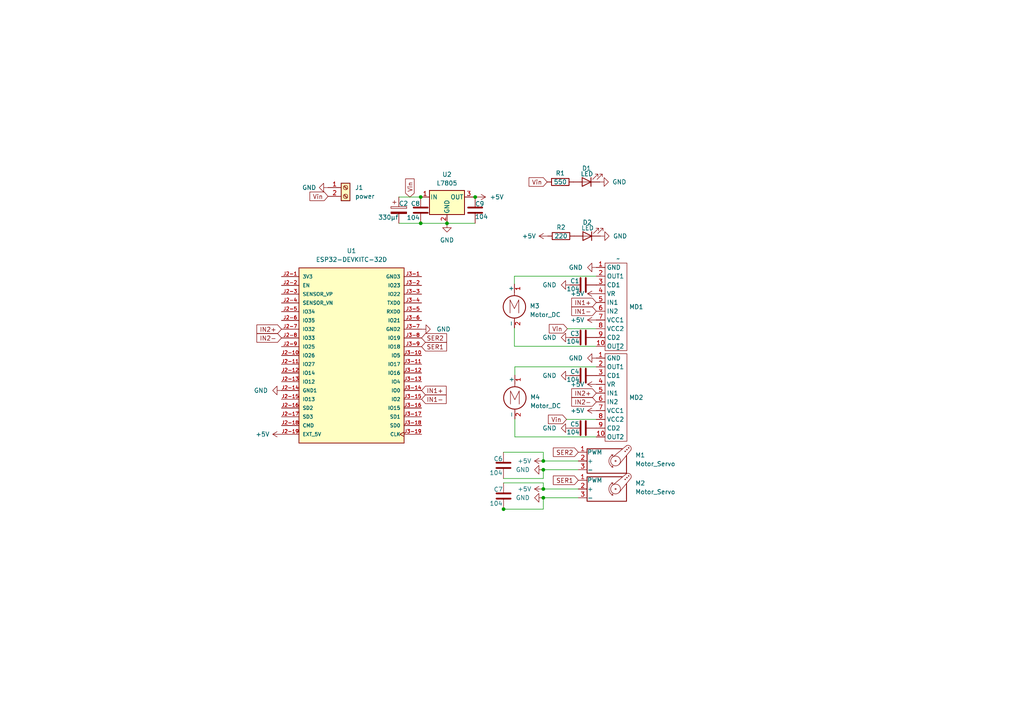
<source format=kicad_sch>
(kicad_sch (version 20230121) (generator eeschema)

  (uuid dd69b815-eb74-4e45-8b73-d45cfd294c1d)

  (paper "A4")

  (lib_symbols
    (symbol "BA6222:BA6222" (in_bom yes) (on_board yes)
      (property "Reference" "MD" (at 0 0 0)
        (effects (font (size 1.27 1.27)))
      )
      (property "Value" "" (at 0 0 0)
        (effects (font (size 1.27 1.27)))
      )
      (property "Footprint" "" (at 0 0 0)
        (effects (font (size 1.27 1.27)) hide)
      )
      (property "Datasheet" "" (at 0 0 0)
        (effects (font (size 1.27 1.27)) hide)
      )
      (symbol "BA6222_0_1"
        (rectangle (start -3.81 -1.27) (end 2.54 -26.67)
          (stroke (width 0) (type default))
          (fill (type none))
        )
      )
      (symbol "BA6222_1_1"
        (pin input line (at -6.35 -2.54 0) (length 2.54)
          (name "GND" (effects (font (size 1.27 1.27))))
          (number "1" (effects (font (size 1.27 1.27))))
        )
        (pin input line (at -6.35 -25.4 0) (length 2.54)
          (name "OUT2" (effects (font (size 1.27 1.27))))
          (number "10" (effects (font (size 1.27 1.27))))
        )
        (pin input line (at -6.35 -5.08 0) (length 2.54)
          (name "OUT1" (effects (font (size 1.27 1.27))))
          (number "2" (effects (font (size 1.27 1.27))))
        )
        (pin input line (at -6.35 -7.62 0) (length 2.54)
          (name "CD1" (effects (font (size 1.27 1.27))))
          (number "3" (effects (font (size 1.27 1.27))))
        )
        (pin input line (at -6.35 -10.16 0) (length 2.54)
          (name "VR" (effects (font (size 1.27 1.27))))
          (number "4" (effects (font (size 1.27 1.27))))
        )
        (pin input line (at -6.35 -12.7 0) (length 2.54)
          (name "IN1" (effects (font (size 1.27 1.27))))
          (number "5" (effects (font (size 1.27 1.27))))
        )
        (pin input line (at -6.35 -15.24 0) (length 2.54)
          (name "IN2" (effects (font (size 1.27 1.27))))
          (number "6" (effects (font (size 1.27 1.27))))
        )
        (pin input line (at -6.35 -17.78 0) (length 2.54)
          (name "VCC1" (effects (font (size 1.27 1.27))))
          (number "7" (effects (font (size 1.27 1.27))))
        )
        (pin input line (at -6.35 -20.32 0) (length 2.54)
          (name "VCC2" (effects (font (size 1.27 1.27))))
          (number "8" (effects (font (size 1.27 1.27))))
        )
        (pin input line (at -6.35 -22.86 0) (length 2.54)
          (name "CD2" (effects (font (size 1.27 1.27))))
          (number "9" (effects (font (size 1.27 1.27))))
        )
      )
    )
    (symbol "Connector:Screw_Terminal_01x02" (pin_names (offset 1.016) hide) (in_bom yes) (on_board yes)
      (property "Reference" "J" (at 0 2.54 0)
        (effects (font (size 1.27 1.27)))
      )
      (property "Value" "Screw_Terminal_01x02" (at 0 -5.08 0)
        (effects (font (size 1.27 1.27)))
      )
      (property "Footprint" "" (at 0 0 0)
        (effects (font (size 1.27 1.27)) hide)
      )
      (property "Datasheet" "~" (at 0 0 0)
        (effects (font (size 1.27 1.27)) hide)
      )
      (property "ki_keywords" "screw terminal" (at 0 0 0)
        (effects (font (size 1.27 1.27)) hide)
      )
      (property "ki_description" "Generic screw terminal, single row, 01x02, script generated (kicad-library-utils/schlib/autogen/connector/)" (at 0 0 0)
        (effects (font (size 1.27 1.27)) hide)
      )
      (property "ki_fp_filters" "TerminalBlock*:*" (at 0 0 0)
        (effects (font (size 1.27 1.27)) hide)
      )
      (symbol "Screw_Terminal_01x02_1_1"
        (rectangle (start -1.27 1.27) (end 1.27 -3.81)
          (stroke (width 0.254) (type default))
          (fill (type background))
        )
        (circle (center 0 -2.54) (radius 0.635)
          (stroke (width 0.1524) (type default))
          (fill (type none))
        )
        (polyline
          (pts
            (xy -0.5334 -2.2098)
            (xy 0.3302 -3.048)
          )
          (stroke (width 0.1524) (type default))
          (fill (type none))
        )
        (polyline
          (pts
            (xy -0.5334 0.3302)
            (xy 0.3302 -0.508)
          )
          (stroke (width 0.1524) (type default))
          (fill (type none))
        )
        (polyline
          (pts
            (xy -0.3556 -2.032)
            (xy 0.508 -2.8702)
          )
          (stroke (width 0.1524) (type default))
          (fill (type none))
        )
        (polyline
          (pts
            (xy -0.3556 0.508)
            (xy 0.508 -0.3302)
          )
          (stroke (width 0.1524) (type default))
          (fill (type none))
        )
        (circle (center 0 0) (radius 0.635)
          (stroke (width 0.1524) (type default))
          (fill (type none))
        )
        (pin passive line (at -5.08 0 0) (length 3.81)
          (name "Pin_1" (effects (font (size 1.27 1.27))))
          (number "1" (effects (font (size 1.27 1.27))))
        )
        (pin passive line (at -5.08 -2.54 0) (length 3.81)
          (name "Pin_2" (effects (font (size 1.27 1.27))))
          (number "2" (effects (font (size 1.27 1.27))))
        )
      )
    )
    (symbol "Device:C" (pin_numbers hide) (pin_names (offset 0.254)) (in_bom yes) (on_board yes)
      (property "Reference" "C" (at 0.635 2.54 0)
        (effects (font (size 1.27 1.27)) (justify left))
      )
      (property "Value" "C" (at 0.635 -2.54 0)
        (effects (font (size 1.27 1.27)) (justify left))
      )
      (property "Footprint" "" (at 0.9652 -3.81 0)
        (effects (font (size 1.27 1.27)) hide)
      )
      (property "Datasheet" "~" (at 0 0 0)
        (effects (font (size 1.27 1.27)) hide)
      )
      (property "ki_keywords" "cap capacitor" (at 0 0 0)
        (effects (font (size 1.27 1.27)) hide)
      )
      (property "ki_description" "Unpolarized capacitor" (at 0 0 0)
        (effects (font (size 1.27 1.27)) hide)
      )
      (property "ki_fp_filters" "C_*" (at 0 0 0)
        (effects (font (size 1.27 1.27)) hide)
      )
      (symbol "C_0_1"
        (polyline
          (pts
            (xy -2.032 -0.762)
            (xy 2.032 -0.762)
          )
          (stroke (width 0.508) (type default))
          (fill (type none))
        )
        (polyline
          (pts
            (xy -2.032 0.762)
            (xy 2.032 0.762)
          )
          (stroke (width 0.508) (type default))
          (fill (type none))
        )
      )
      (symbol "C_1_1"
        (pin passive line (at 0 3.81 270) (length 2.794)
          (name "~" (effects (font (size 1.27 1.27))))
          (number "1" (effects (font (size 1.27 1.27))))
        )
        (pin passive line (at 0 -3.81 90) (length 2.794)
          (name "~" (effects (font (size 1.27 1.27))))
          (number "2" (effects (font (size 1.27 1.27))))
        )
      )
    )
    (symbol "Device:C_Polarized" (pin_numbers hide) (pin_names (offset 0.254)) (in_bom yes) (on_board yes)
      (property "Reference" "C" (at 0.635 2.54 0)
        (effects (font (size 1.27 1.27)) (justify left))
      )
      (property "Value" "C_Polarized" (at 0.635 -2.54 0)
        (effects (font (size 1.27 1.27)) (justify left))
      )
      (property "Footprint" "" (at 0.9652 -3.81 0)
        (effects (font (size 1.27 1.27)) hide)
      )
      (property "Datasheet" "~" (at 0 0 0)
        (effects (font (size 1.27 1.27)) hide)
      )
      (property "ki_keywords" "cap capacitor" (at 0 0 0)
        (effects (font (size 1.27 1.27)) hide)
      )
      (property "ki_description" "Polarized capacitor" (at 0 0 0)
        (effects (font (size 1.27 1.27)) hide)
      )
      (property "ki_fp_filters" "CP_*" (at 0 0 0)
        (effects (font (size 1.27 1.27)) hide)
      )
      (symbol "C_Polarized_0_1"
        (rectangle (start -2.286 0.508) (end 2.286 1.016)
          (stroke (width 0) (type default))
          (fill (type none))
        )
        (polyline
          (pts
            (xy -1.778 2.286)
            (xy -0.762 2.286)
          )
          (stroke (width 0) (type default))
          (fill (type none))
        )
        (polyline
          (pts
            (xy -1.27 2.794)
            (xy -1.27 1.778)
          )
          (stroke (width 0) (type default))
          (fill (type none))
        )
        (rectangle (start 2.286 -0.508) (end -2.286 -1.016)
          (stroke (width 0) (type default))
          (fill (type outline))
        )
      )
      (symbol "C_Polarized_1_1"
        (pin passive line (at 0 3.81 270) (length 2.794)
          (name "~" (effects (font (size 1.27 1.27))))
          (number "1" (effects (font (size 1.27 1.27))))
        )
        (pin passive line (at 0 -3.81 90) (length 2.794)
          (name "~" (effects (font (size 1.27 1.27))))
          (number "2" (effects (font (size 1.27 1.27))))
        )
      )
    )
    (symbol "Device:LED" (pin_numbers hide) (pin_names (offset 1.016) hide) (in_bom yes) (on_board yes)
      (property "Reference" "D" (at 0 2.54 0)
        (effects (font (size 1.27 1.27)))
      )
      (property "Value" "LED" (at 0 -2.54 0)
        (effects (font (size 1.27 1.27)))
      )
      (property "Footprint" "" (at 0 0 0)
        (effects (font (size 1.27 1.27)) hide)
      )
      (property "Datasheet" "~" (at 0 0 0)
        (effects (font (size 1.27 1.27)) hide)
      )
      (property "ki_keywords" "LED diode" (at 0 0 0)
        (effects (font (size 1.27 1.27)) hide)
      )
      (property "ki_description" "Light emitting diode" (at 0 0 0)
        (effects (font (size 1.27 1.27)) hide)
      )
      (property "ki_fp_filters" "LED* LED_SMD:* LED_THT:*" (at 0 0 0)
        (effects (font (size 1.27 1.27)) hide)
      )
      (symbol "LED_0_1"
        (polyline
          (pts
            (xy -1.27 -1.27)
            (xy -1.27 1.27)
          )
          (stroke (width 0.254) (type default))
          (fill (type none))
        )
        (polyline
          (pts
            (xy -1.27 0)
            (xy 1.27 0)
          )
          (stroke (width 0) (type default))
          (fill (type none))
        )
        (polyline
          (pts
            (xy 1.27 -1.27)
            (xy 1.27 1.27)
            (xy -1.27 0)
            (xy 1.27 -1.27)
          )
          (stroke (width 0.254) (type default))
          (fill (type none))
        )
        (polyline
          (pts
            (xy -3.048 -0.762)
            (xy -4.572 -2.286)
            (xy -3.81 -2.286)
            (xy -4.572 -2.286)
            (xy -4.572 -1.524)
          )
          (stroke (width 0) (type default))
          (fill (type none))
        )
        (polyline
          (pts
            (xy -1.778 -0.762)
            (xy -3.302 -2.286)
            (xy -2.54 -2.286)
            (xy -3.302 -2.286)
            (xy -3.302 -1.524)
          )
          (stroke (width 0) (type default))
          (fill (type none))
        )
      )
      (symbol "LED_1_1"
        (pin passive line (at -3.81 0 0) (length 2.54)
          (name "K" (effects (font (size 1.27 1.27))))
          (number "1" (effects (font (size 1.27 1.27))))
        )
        (pin passive line (at 3.81 0 180) (length 2.54)
          (name "A" (effects (font (size 1.27 1.27))))
          (number "2" (effects (font (size 1.27 1.27))))
        )
      )
    )
    (symbol "Device:R" (pin_numbers hide) (pin_names (offset 0)) (in_bom yes) (on_board yes)
      (property "Reference" "R" (at 2.032 0 90)
        (effects (font (size 1.27 1.27)))
      )
      (property "Value" "R" (at 0 0 90)
        (effects (font (size 1.27 1.27)))
      )
      (property "Footprint" "" (at -1.778 0 90)
        (effects (font (size 1.27 1.27)) hide)
      )
      (property "Datasheet" "~" (at 0 0 0)
        (effects (font (size 1.27 1.27)) hide)
      )
      (property "ki_keywords" "R res resistor" (at 0 0 0)
        (effects (font (size 1.27 1.27)) hide)
      )
      (property "ki_description" "Resistor" (at 0 0 0)
        (effects (font (size 1.27 1.27)) hide)
      )
      (property "ki_fp_filters" "R_*" (at 0 0 0)
        (effects (font (size 1.27 1.27)) hide)
      )
      (symbol "R_0_1"
        (rectangle (start -1.016 -2.54) (end 1.016 2.54)
          (stroke (width 0.254) (type default))
          (fill (type none))
        )
      )
      (symbol "R_1_1"
        (pin passive line (at 0 3.81 270) (length 1.27)
          (name "~" (effects (font (size 1.27 1.27))))
          (number "1" (effects (font (size 1.27 1.27))))
        )
        (pin passive line (at 0 -3.81 90) (length 1.27)
          (name "~" (effects (font (size 1.27 1.27))))
          (number "2" (effects (font (size 1.27 1.27))))
        )
      )
    )
    (symbol "Motor:Motor_DC" (pin_names (offset 0)) (in_bom yes) (on_board yes)
      (property "Reference" "M" (at 2.54 2.54 0)
        (effects (font (size 1.27 1.27)) (justify left))
      )
      (property "Value" "Motor_DC" (at 2.54 -5.08 0)
        (effects (font (size 1.27 1.27)) (justify left top))
      )
      (property "Footprint" "" (at 0 -2.286 0)
        (effects (font (size 1.27 1.27)) hide)
      )
      (property "Datasheet" "~" (at 0 -2.286 0)
        (effects (font (size 1.27 1.27)) hide)
      )
      (property "ki_keywords" "DC Motor" (at 0 0 0)
        (effects (font (size 1.27 1.27)) hide)
      )
      (property "ki_description" "DC Motor" (at 0 0 0)
        (effects (font (size 1.27 1.27)) hide)
      )
      (property "ki_fp_filters" "PinHeader*P2.54mm* TerminalBlock*" (at 0 0 0)
        (effects (font (size 1.27 1.27)) hide)
      )
      (symbol "Motor_DC_0_0"
        (polyline
          (pts
            (xy -1.27 -3.302)
            (xy -1.27 0.508)
            (xy 0 -2.032)
            (xy 1.27 0.508)
            (xy 1.27 -3.302)
          )
          (stroke (width 0) (type default))
          (fill (type none))
        )
      )
      (symbol "Motor_DC_0_1"
        (circle (center 0 -1.524) (radius 3.2512)
          (stroke (width 0.254) (type default))
          (fill (type none))
        )
        (polyline
          (pts
            (xy 0 -7.62)
            (xy 0 -7.112)
          )
          (stroke (width 0) (type default))
          (fill (type none))
        )
        (polyline
          (pts
            (xy 0 -4.7752)
            (xy 0 -5.1816)
          )
          (stroke (width 0) (type default))
          (fill (type none))
        )
        (polyline
          (pts
            (xy 0 1.7272)
            (xy 0 2.0828)
          )
          (stroke (width 0) (type default))
          (fill (type none))
        )
        (polyline
          (pts
            (xy 0 2.032)
            (xy 0 2.54)
          )
          (stroke (width 0) (type default))
          (fill (type none))
        )
      )
      (symbol "Motor_DC_1_1"
        (pin passive line (at 0 5.08 270) (length 2.54)
          (name "+" (effects (font (size 1.27 1.27))))
          (number "1" (effects (font (size 1.27 1.27))))
        )
        (pin passive line (at 0 -7.62 90) (length 2.54)
          (name "-" (effects (font (size 1.27 1.27))))
          (number "2" (effects (font (size 1.27 1.27))))
        )
      )
    )
    (symbol "Motor:Motor_Servo" (pin_names (offset 0.0254)) (in_bom yes) (on_board yes)
      (property "Reference" "M" (at -5.08 4.445 0)
        (effects (font (size 1.27 1.27)) (justify left))
      )
      (property "Value" "Motor_Servo" (at -5.08 -4.064 0)
        (effects (font (size 1.27 1.27)) (justify left top))
      )
      (property "Footprint" "" (at 0 -4.826 0)
        (effects (font (size 1.27 1.27)) hide)
      )
      (property "Datasheet" "http://forums.parallax.com/uploads/attachments/46831/74481.png" (at 0 -4.826 0)
        (effects (font (size 1.27 1.27)) hide)
      )
      (property "ki_keywords" "Servo Motor" (at 0 0 0)
        (effects (font (size 1.27 1.27)) hide)
      )
      (property "ki_description" "Servo Motor (Futaba, HiTec, JR connector)" (at 0 0 0)
        (effects (font (size 1.27 1.27)) hide)
      )
      (property "ki_fp_filters" "PinHeader*P2.54mm*" (at 0 0 0)
        (effects (font (size 1.27 1.27)) hide)
      )
      (symbol "Motor_Servo_0_1"
        (polyline
          (pts
            (xy 2.413 -1.778)
            (xy 2.032 -1.778)
          )
          (stroke (width 0) (type default))
          (fill (type none))
        )
        (polyline
          (pts
            (xy 2.413 -1.778)
            (xy 2.286 -1.397)
          )
          (stroke (width 0) (type default))
          (fill (type none))
        )
        (polyline
          (pts
            (xy 2.413 1.778)
            (xy 1.905 1.778)
          )
          (stroke (width 0) (type default))
          (fill (type none))
        )
        (polyline
          (pts
            (xy 2.413 1.778)
            (xy 2.286 1.397)
          )
          (stroke (width 0) (type default))
          (fill (type none))
        )
        (polyline
          (pts
            (xy 6.35 4.445)
            (xy 2.54 1.27)
          )
          (stroke (width 0) (type default))
          (fill (type none))
        )
        (polyline
          (pts
            (xy 7.62 3.175)
            (xy 4.191 -1.016)
          )
          (stroke (width 0) (type default))
          (fill (type none))
        )
        (polyline
          (pts
            (xy 5.08 3.556)
            (xy -5.08 3.556)
            (xy -5.08 -3.556)
            (xy 6.35 -3.556)
            (xy 6.35 1.524)
          )
          (stroke (width 0.254) (type default))
          (fill (type none))
        )
        (arc (start 2.413 1.778) (mid 1.2406 0) (end 2.413 -1.778)
          (stroke (width 0) (type default))
          (fill (type none))
        )
        (circle (center 3.175 0) (radius 0.1778)
          (stroke (width 0) (type default))
          (fill (type none))
        )
        (circle (center 3.175 0) (radius 1.4224)
          (stroke (width 0) (type default))
          (fill (type none))
        )
        (circle (center 5.969 2.794) (radius 0.127)
          (stroke (width 0) (type default))
          (fill (type none))
        )
        (circle (center 6.477 3.302) (radius 0.127)
          (stroke (width 0) (type default))
          (fill (type none))
        )
        (circle (center 6.985 3.81) (radius 0.127)
          (stroke (width 0) (type default))
          (fill (type none))
        )
        (arc (start 7.62 3.175) (mid 7.4485 4.2735) (end 6.35 4.445)
          (stroke (width 0) (type default))
          (fill (type none))
        )
      )
      (symbol "Motor_Servo_1_1"
        (pin passive line (at -7.62 2.54 0) (length 2.54)
          (name "PWM" (effects (font (size 1.27 1.27))))
          (number "1" (effects (font (size 1.27 1.27))))
        )
        (pin passive line (at -7.62 0 0) (length 2.54)
          (name "+" (effects (font (size 1.27 1.27))))
          (number "2" (effects (font (size 1.27 1.27))))
        )
        (pin passive line (at -7.62 -2.54 0) (length 2.54)
          (name "-" (effects (font (size 1.27 1.27))))
          (number "3" (effects (font (size 1.27 1.27))))
        )
      )
    )
    (symbol "Regulator_Linear:L7805" (pin_names (offset 0.254)) (in_bom yes) (on_board yes)
      (property "Reference" "U" (at -3.81 3.175 0)
        (effects (font (size 1.27 1.27)))
      )
      (property "Value" "L7805" (at 0 3.175 0)
        (effects (font (size 1.27 1.27)) (justify left))
      )
      (property "Footprint" "" (at 0.635 -3.81 0)
        (effects (font (size 1.27 1.27) italic) (justify left) hide)
      )
      (property "Datasheet" "http://www.st.com/content/ccc/resource/technical/document/datasheet/41/4f/b3/b0/12/d4/47/88/CD00000444.pdf/files/CD00000444.pdf/jcr:content/translations/en.CD00000444.pdf" (at 0 -1.27 0)
        (effects (font (size 1.27 1.27)) hide)
      )
      (property "ki_keywords" "Voltage Regulator 1.5A Positive" (at 0 0 0)
        (effects (font (size 1.27 1.27)) hide)
      )
      (property "ki_description" "Positive 1.5A 35V Linear Regulator, Fixed Output 5V, TO-220/TO-263/TO-252" (at 0 0 0)
        (effects (font (size 1.27 1.27)) hide)
      )
      (property "ki_fp_filters" "TO?252* TO?263* TO?220*" (at 0 0 0)
        (effects (font (size 1.27 1.27)) hide)
      )
      (symbol "L7805_0_1"
        (rectangle (start -5.08 1.905) (end 5.08 -5.08)
          (stroke (width 0.254) (type default))
          (fill (type background))
        )
      )
      (symbol "L7805_1_1"
        (pin power_in line (at -7.62 0 0) (length 2.54)
          (name "IN" (effects (font (size 1.27 1.27))))
          (number "1" (effects (font (size 1.27 1.27))))
        )
        (pin power_in line (at 0 -7.62 90) (length 2.54)
          (name "GND" (effects (font (size 1.27 1.27))))
          (number "2" (effects (font (size 1.27 1.27))))
        )
        (pin power_out line (at 7.62 0 180) (length 2.54)
          (name "OUT" (effects (font (size 1.27 1.27))))
          (number "3" (effects (font (size 1.27 1.27))))
        )
      )
    )
    (symbol "esp32:ESP32-DEVKITC-32D" (pin_names (offset 1.016)) (in_bom yes) (on_board yes)
      (property "Reference" "U2" (at 0 31.115 0)
        (effects (font (size 1.27 1.27)))
      )
      (property "Value" "ESP32-DEVKITC-32D" (at 0 28.575 0)
        (effects (font (size 1.27 1.27)))
      )
      (property "Footprint" "ESP32-DEVKITC-32D:MODULE_ESP32-DEVKITC-32D" (at 0 0 0)
        (effects (font (size 1.27 1.27)) (justify bottom) hide)
      )
      (property "Datasheet" "" (at 0 0 0)
        (effects (font (size 1.27 1.27)) hide)
      )
      (property "MF" "Espressif Systems" (at 0 0 0)
        (effects (font (size 1.27 1.27)) (justify bottom) hide)
      )
      (property "MAXIMUM_PACKAGE_HEIGHT" "N/A" (at 0 0 0)
        (effects (font (size 1.27 1.27)) (justify bottom) hide)
      )
      (property "Package" "None" (at 0 0 0)
        (effects (font (size 1.27 1.27)) (justify bottom) hide)
      )
      (property "Price" "None" (at 0 0 0)
        (effects (font (size 1.27 1.27)) (justify bottom) hide)
      )
      (property "Check_prices" "https://www.snapeda.com/parts/ESP32-DEVKITC-32D/Espressif+Systems/view-part/?ref=eda" (at 0 0 0)
        (effects (font (size 1.27 1.27)) (justify bottom) hide)
      )
      (property "STANDARD" "Manufacturer Recommendations" (at 0 0 0)
        (effects (font (size 1.27 1.27)) (justify bottom) hide)
      )
      (property "PARTREV" "V4" (at 0 0 0)
        (effects (font (size 1.27 1.27)) (justify bottom) hide)
      )
      (property "SnapEDA_Link" "https://www.snapeda.com/parts/ESP32-DEVKITC-32D/Espressif+Systems/view-part/?ref=snap" (at 0 0 0)
        (effects (font (size 1.27 1.27)) (justify bottom) hide)
      )
      (property "MP" "ESP32-DEVKITC-32D" (at 0 0 0)
        (effects (font (size 1.27 1.27)) (justify bottom) hide)
      )
      (property "Purchase-URL" "https://pricing.snapeda.com/search?q=ESP32-DEVKITC-32D&ref=eda" (at 0 0 0)
        (effects (font (size 1.27 1.27)) (justify bottom) hide)
      )
      (property "Description" "\nWiFi 開発ツール (802.11) ESP32 汎用開発キット、ボード上の ESP32-WROOM-32D\n" (at 0 0 0)
        (effects (font (size 1.27 1.27)) (justify bottom) hide)
      )
      (property "MANUFACTURER" "Espressif Systems" (at 0 0 0)
        (effects (font (size 1.27 1.27)) (justify bottom) hide)
      )
      (property "Availability" "In Stock" (at 0 0 0)
        (effects (font (size 1.27 1.27)) (justify bottom) hide)
      )
      (property "SNAPEDA_PN" "ESP32-DEVKITC-32D" (at 0 0 0)
        (effects (font (size 1.27 1.27)) (justify bottom) hide)
      )
      (symbol "ESP32-DEVKITC-32D_0_0"
        (rectangle (start -15.24 -25.4) (end 15.24 25.4)
          (stroke (width 0.254) (type default))
          (fill (type background))
        )
        (pin power_in line (at -20.32 22.86 0) (length 5.08)
          (name "3V3" (effects (font (size 1.016 1.016))))
          (number "J2-1" (effects (font (size 1.016 1.016))))
        )
        (pin bidirectional line (at -20.32 0 0) (length 5.08)
          (name "IO26" (effects (font (size 1.016 1.016))))
          (number "J2-10" (effects (font (size 1.016 1.016))))
        )
        (pin bidirectional line (at -20.32 -2.54 0) (length 5.08)
          (name "IO27" (effects (font (size 1.016 1.016))))
          (number "J2-11" (effects (font (size 1.016 1.016))))
        )
        (pin bidirectional line (at -20.32 -5.08 0) (length 5.08)
          (name "IO14" (effects (font (size 1.016 1.016))))
          (number "J2-12" (effects (font (size 1.016 1.016))))
        )
        (pin bidirectional line (at -20.32 -7.62 0) (length 5.08)
          (name "IO12" (effects (font (size 1.016 1.016))))
          (number "J2-13" (effects (font (size 1.016 1.016))))
        )
        (pin power_in line (at -20.32 -10.16 0) (length 5.08)
          (name "GND1" (effects (font (size 1.016 1.016))))
          (number "J2-14" (effects (font (size 1.016 1.016))))
        )
        (pin bidirectional line (at -20.32 -12.7 0) (length 5.08)
          (name "IO13" (effects (font (size 1.016 1.016))))
          (number "J2-15" (effects (font (size 1.016 1.016))))
        )
        (pin bidirectional line (at -20.32 -15.24 0) (length 5.08)
          (name "SD2" (effects (font (size 1.016 1.016))))
          (number "J2-16" (effects (font (size 1.016 1.016))))
        )
        (pin bidirectional line (at -20.32 -17.78 0) (length 5.08)
          (name "SD3" (effects (font (size 1.016 1.016))))
          (number "J2-17" (effects (font (size 1.016 1.016))))
        )
        (pin bidirectional line (at -20.32 -20.32 0) (length 5.08)
          (name "CMD" (effects (font (size 1.016 1.016))))
          (number "J2-18" (effects (font (size 1.016 1.016))))
        )
        (pin power_in line (at -20.32 -22.86 0) (length 5.08)
          (name "EXT_5V" (effects (font (size 1.016 1.016))))
          (number "J2-19" (effects (font (size 1.016 1.016))))
        )
        (pin input line (at -20.32 20.32 0) (length 5.08)
          (name "EN" (effects (font (size 1.016 1.016))))
          (number "J2-2" (effects (font (size 1.016 1.016))))
        )
        (pin input line (at -20.32 17.78 0) (length 5.08)
          (name "SENSOR_VP" (effects (font (size 1.016 1.016))))
          (number "J2-3" (effects (font (size 1.016 1.016))))
        )
        (pin input line (at -20.32 15.24 0) (length 5.08)
          (name "SENSOR_VN" (effects (font (size 1.016 1.016))))
          (number "J2-4" (effects (font (size 1.016 1.016))))
        )
        (pin bidirectional line (at -20.32 12.7 0) (length 5.08)
          (name "IO34" (effects (font (size 1.016 1.016))))
          (number "J2-5" (effects (font (size 1.016 1.016))))
        )
        (pin bidirectional line (at -20.32 10.16 0) (length 5.08)
          (name "IO35" (effects (font (size 1.016 1.016))))
          (number "J2-6" (effects (font (size 1.016 1.016))))
        )
        (pin bidirectional line (at -20.32 7.62 0) (length 5.08)
          (name "IO32" (effects (font (size 1.016 1.016))))
          (number "J2-7" (effects (font (size 1.016 1.016))))
        )
        (pin bidirectional line (at -20.32 5.08 0) (length 5.08)
          (name "IO33" (effects (font (size 1.016 1.016))))
          (number "J2-8" (effects (font (size 1.016 1.016))))
        )
        (pin bidirectional line (at -20.32 2.54 0) (length 5.08)
          (name "IO25" (effects (font (size 1.016 1.016))))
          (number "J2-9" (effects (font (size 1.016 1.016))))
        )
        (pin power_in line (at 20.32 22.86 180) (length 5.08)
          (name "GND3" (effects (font (size 1.016 1.016))))
          (number "J3-1" (effects (font (size 1.016 1.016))))
        )
        (pin bidirectional line (at 20.32 0 180) (length 5.08)
          (name "IO5" (effects (font (size 1.016 1.016))))
          (number "J3-10" (effects (font (size 1.016 1.016))))
        )
        (pin bidirectional line (at 20.32 -2.54 180) (length 5.08)
          (name "IO17" (effects (font (size 1.016 1.016))))
          (number "J3-11" (effects (font (size 1.016 1.016))))
        )
        (pin bidirectional line (at 20.32 -5.08 180) (length 5.08)
          (name "IO16" (effects (font (size 1.016 1.016))))
          (number "J3-12" (effects (font (size 1.016 1.016))))
        )
        (pin bidirectional line (at 20.32 -7.62 180) (length 5.08)
          (name "IO4" (effects (font (size 1.016 1.016))))
          (number "J3-13" (effects (font (size 1.016 1.016))))
        )
        (pin bidirectional line (at 20.32 -10.16 180) (length 5.08)
          (name "IO0" (effects (font (size 1.016 1.016))))
          (number "J3-14" (effects (font (size 1.016 1.016))))
        )
        (pin bidirectional line (at 20.32 -12.7 180) (length 5.08)
          (name "IO2" (effects (font (size 1.016 1.016))))
          (number "J3-15" (effects (font (size 1.016 1.016))))
        )
        (pin bidirectional line (at 20.32 -15.24 180) (length 5.08)
          (name "IO15" (effects (font (size 1.016 1.016))))
          (number "J3-16" (effects (font (size 1.016 1.016))))
        )
        (pin bidirectional line (at 20.32 -17.78 180) (length 5.08)
          (name "SD1" (effects (font (size 1.016 1.016))))
          (number "J3-17" (effects (font (size 1.016 1.016))))
        )
        (pin bidirectional line (at 20.32 -20.32 180) (length 5.08)
          (name "SD0" (effects (font (size 1.016 1.016))))
          (number "J3-18" (effects (font (size 1.016 1.016))))
        )
        (pin input clock (at 20.32 -22.86 180) (length 5.08)
          (name "CLK" (effects (font (size 1.016 1.016))))
          (number "J3-19" (effects (font (size 1.016 1.016))))
        )
        (pin bidirectional line (at 20.32 20.32 180) (length 5.08)
          (name "IO23" (effects (font (size 1.016 1.016))))
          (number "J3-2" (effects (font (size 1.016 1.016))))
        )
        (pin bidirectional line (at 20.32 17.78 180) (length 5.08)
          (name "IO22" (effects (font (size 1.016 1.016))))
          (number "J3-3" (effects (font (size 1.016 1.016))))
        )
        (pin output line (at 20.32 15.24 180) (length 5.08)
          (name "TXD0" (effects (font (size 1.016 1.016))))
          (number "J3-4" (effects (font (size 1.016 1.016))))
        )
        (pin input line (at 20.32 12.7 180) (length 5.08)
          (name "RXD0" (effects (font (size 1.016 1.016))))
          (number "J3-5" (effects (font (size 1.016 1.016))))
        )
        (pin bidirectional line (at 20.32 10.16 180) (length 5.08)
          (name "IO21" (effects (font (size 1.016 1.016))))
          (number "J3-6" (effects (font (size 1.016 1.016))))
        )
        (pin power_in line (at 20.32 7.62 180) (length 5.08)
          (name "GND2" (effects (font (size 1.016 1.016))))
          (number "J3-7" (effects (font (size 1.016 1.016))))
        )
        (pin bidirectional line (at 20.32 5.08 180) (length 5.08)
          (name "IO19" (effects (font (size 1.016 1.016))))
          (number "J3-8" (effects (font (size 1.016 1.016))))
        )
        (pin bidirectional line (at 20.32 2.54 180) (length 5.08)
          (name "IO18" (effects (font (size 1.016 1.016))))
          (number "J3-9" (effects (font (size 1.016 1.016))))
        )
      )
    )
    (symbol "power:+5V" (power) (pin_names (offset 0)) (in_bom yes) (on_board yes)
      (property "Reference" "#PWR" (at 0 -3.81 0)
        (effects (font (size 1.27 1.27)) hide)
      )
      (property "Value" "+5V" (at 0 3.556 0)
        (effects (font (size 1.27 1.27)))
      )
      (property "Footprint" "" (at 0 0 0)
        (effects (font (size 1.27 1.27)) hide)
      )
      (property "Datasheet" "" (at 0 0 0)
        (effects (font (size 1.27 1.27)) hide)
      )
      (property "ki_keywords" "global power" (at 0 0 0)
        (effects (font (size 1.27 1.27)) hide)
      )
      (property "ki_description" "Power symbol creates a global label with name \"+5V\"" (at 0 0 0)
        (effects (font (size 1.27 1.27)) hide)
      )
      (symbol "+5V_0_1"
        (polyline
          (pts
            (xy -0.762 1.27)
            (xy 0 2.54)
          )
          (stroke (width 0) (type default))
          (fill (type none))
        )
        (polyline
          (pts
            (xy 0 0)
            (xy 0 2.54)
          )
          (stroke (width 0) (type default))
          (fill (type none))
        )
        (polyline
          (pts
            (xy 0 2.54)
            (xy 0.762 1.27)
          )
          (stroke (width 0) (type default))
          (fill (type none))
        )
      )
      (symbol "+5V_1_1"
        (pin power_in line (at 0 0 90) (length 0) hide
          (name "+5V" (effects (font (size 1.27 1.27))))
          (number "1" (effects (font (size 1.27 1.27))))
        )
      )
    )
    (symbol "power:GND" (power) (pin_names (offset 0)) (in_bom yes) (on_board yes)
      (property "Reference" "#PWR" (at 0 -6.35 0)
        (effects (font (size 1.27 1.27)) hide)
      )
      (property "Value" "GND" (at 0 -3.81 0)
        (effects (font (size 1.27 1.27)))
      )
      (property "Footprint" "" (at 0 0 0)
        (effects (font (size 1.27 1.27)) hide)
      )
      (property "Datasheet" "" (at 0 0 0)
        (effects (font (size 1.27 1.27)) hide)
      )
      (property "ki_keywords" "global power" (at 0 0 0)
        (effects (font (size 1.27 1.27)) hide)
      )
      (property "ki_description" "Power symbol creates a global label with name \"GND\" , ground" (at 0 0 0)
        (effects (font (size 1.27 1.27)) hide)
      )
      (symbol "GND_0_1"
        (polyline
          (pts
            (xy 0 0)
            (xy 0 -1.27)
            (xy 1.27 -1.27)
            (xy 0 -2.54)
            (xy -1.27 -1.27)
            (xy 0 -1.27)
          )
          (stroke (width 0) (type default))
          (fill (type none))
        )
      )
      (symbol "GND_1_1"
        (pin power_in line (at 0 0 270) (length 0) hide
          (name "GND" (effects (font (size 1.27 1.27))))
          (number "1" (effects (font (size 1.27 1.27))))
        )
      )
    )
  )

  (junction (at 157.5816 136.2456) (diameter 0) (color 0 0 0 0)
    (uuid 1afaee7a-45c6-4b8c-ad59-2236bfef2a41)
  )
  (junction (at 122.0216 57.15) (diameter 0) (color 0 0 0 0)
    (uuid 1e91e695-ec9e-42da-8b36-e68c7fe24f80)
  )
  (junction (at 122.0216 64.77) (diameter 0) (color 0 0 0 0)
    (uuid 7ac45614-6659-4ea6-8f88-7c663b878e0e)
  )
  (junction (at 157.5816 133.7056) (diameter 0) (color 0 0 0 0)
    (uuid 82645816-7933-47a5-9349-8f79b5a4d73d)
  )
  (junction (at 137.8204 57.15) (diameter 0) (color 0 0 0 0)
    (uuid c936f110-1dcb-4621-88fb-558158058262)
  )
  (junction (at 146.05 147.6756) (diameter 0) (color 0 0 0 0)
    (uuid cf3240f5-91a2-4fc9-88ca-646b7481c157)
  )
  (junction (at 129.6416 64.77) (diameter 0) (color 0 0 0 0)
    (uuid e1d58e8a-e225-4cc0-8b43-95d7b7a22d42)
  )
  (junction (at 157.5816 144.3736) (diameter 0) (color 0 0 0 0)
    (uuid f5933d3f-0e1a-49c9-abd8-1605d2a7a4bf)
  )
  (junction (at 157.5816 141.8336) (diameter 0) (color 0 0 0 0)
    (uuid f78985e9-a31a-4d69-aeee-0c2d2dd09571)
  )

  (wire (pts (xy 157.5816 138.7856) (xy 157.5816 136.2456))
    (stroke (width 0) (type default))
    (uuid 074f28c4-a2e7-405a-a9ae-b08b479702f5)
  )
  (wire (pts (xy 129.6416 64.77) (xy 137.8204 64.77))
    (stroke (width 0) (type default))
    (uuid 173622cd-7c73-4713-8625-263239d7a2a8)
  )
  (wire (pts (xy 149.1996 82.3976) (xy 149.1996 80.1116))
    (stroke (width 0) (type default))
    (uuid 2eae08fa-cffc-402f-958e-1f27672c36fd)
  )
  (wire (pts (xy 115.6716 64.77) (xy 122.0216 64.77))
    (stroke (width 0) (type default))
    (uuid 2f6ce934-be4b-416f-b49e-af05f9215c48)
  )
  (wire (pts (xy 157.5816 133.7056) (xy 167.7416 133.7056))
    (stroke (width 0) (type default))
    (uuid 327b0f24-3a08-4566-8211-32f68023fb7a)
  )
  (wire (pts (xy 146.0246 147.6756) (xy 146.05 147.6756))
    (stroke (width 0) (type default))
    (uuid 377b89ae-847b-4a05-be16-ec6cd2b496dc)
  )
  (wire (pts (xy 149.1996 80.1116) (xy 172.9486 80.1116))
    (stroke (width 0) (type default))
    (uuid 4255af51-d79b-44b1-8e7a-c38d6830dba5)
  )
  (wire (pts (xy 149.1996 100.4316) (xy 172.9486 100.4316))
    (stroke (width 0) (type default))
    (uuid 43054a7e-b4ed-4d61-8095-9e0d65bcd770)
  )
  (wire (pts (xy 146.05 140.0556) (xy 157.5816 140.0556))
    (stroke (width 0) (type default))
    (uuid 4a01c55b-35be-48a9-80a7-ccf95f98b00f)
  )
  (wire (pts (xy 137.8204 57.15) (xy 138.2776 57.15))
    (stroke (width 0) (type default))
    (uuid 4efd919d-7225-4dfc-b8ce-11abd2f621a9)
  )
  (wire (pts (xy 157.5816 147.6756) (xy 157.5816 144.3736))
    (stroke (width 0) (type default))
    (uuid 56d3819c-2911-493e-a956-2df50d68ee70)
  )
  (wire (pts (xy 146.05 147.6756) (xy 157.5816 147.6756))
    (stroke (width 0) (type default))
    (uuid 59d11537-0d06-41c9-b52d-c18da042f020)
  )
  (wire (pts (xy 157.5816 140.0556) (xy 157.5816 141.8336))
    (stroke (width 0) (type default))
    (uuid 5aac8e13-5e1f-4ab3-bb21-ef8a4fa5b10f)
  )
  (wire (pts (xy 149.1996 95.0976) (xy 149.1996 100.4316))
    (stroke (width 0) (type default))
    (uuid 5af5a171-0ba8-403d-af67-534c36507254)
  )
  (wire (pts (xy 122.0216 64.77) (xy 129.6416 64.77))
    (stroke (width 0) (type default))
    (uuid 71820c07-cb21-438b-80c0-c99c8ef0362f)
  )
  (wire (pts (xy 137.2616 57.15) (xy 137.8204 57.15))
    (stroke (width 0) (type default))
    (uuid 7b915dd7-19ab-43e8-9a80-6ddeefca2b82)
  )
  (wire (pts (xy 157.5816 141.8336) (xy 167.7416 141.8336))
    (stroke (width 0) (type default))
    (uuid 8a8c1a03-1eb6-42a5-8a37-c41e93d9ec35)
  )
  (wire (pts (xy 146.0246 131.1656) (xy 157.5816 131.1656))
    (stroke (width 0) (type default))
    (uuid 8dfe8241-a93a-4342-8ab8-81dff59bd34f)
  )
  (wire (pts (xy 172.9486 106.4006) (xy 149.3266 106.4006))
    (stroke (width 0) (type default))
    (uuid 96554ece-84f1-43c4-a743-b61cba99e24f)
  )
  (wire (pts (xy 115.6716 57.15) (xy 122.0216 57.15))
    (stroke (width 0) (type default))
    (uuid 99dcba8d-7722-4453-a4a7-11cf95549d21)
  )
  (wire (pts (xy 157.5816 131.1656) (xy 157.5816 133.7056))
    (stroke (width 0) (type default))
    (uuid 9cf96bf2-bc21-48fd-ad9f-8fc6313153b1)
  )
  (wire (pts (xy 164.5666 95.3516) (xy 172.9486 95.3516))
    (stroke (width 0) (type default))
    (uuid 9f9d70f8-df46-48bb-b3bc-6fd692a16a80)
  )
  (wire (pts (xy 172.9486 126.7206) (xy 149.3266 126.7206))
    (stroke (width 0) (type default))
    (uuid a2ee1a83-011f-455d-a4d1-a267c50935ba)
  )
  (wire (pts (xy 157.5816 136.2456) (xy 167.7416 136.2456))
    (stroke (width 0) (type default))
    (uuid ae9c337e-4f9b-4439-8996-936a66526205)
  )
  (wire (pts (xy 164.3126 121.6406) (xy 172.9486 121.6406))
    (stroke (width 0) (type default))
    (uuid bd291b4d-dfef-4441-b70c-900d61ffee5d)
  )
  (wire (pts (xy 157.5816 144.3736) (xy 167.7416 144.3736))
    (stroke (width 0) (type default))
    (uuid c2c47d34-bd08-4e30-9fd0-fd2469852445)
  )
  (wire (pts (xy 149.3266 126.7206) (xy 149.3266 121.5136))
    (stroke (width 0) (type default))
    (uuid db7e55ce-ad59-44ac-8cc9-f288c9b84425)
  )
  (wire (pts (xy 149.3266 106.4006) (xy 149.3266 108.8136))
    (stroke (width 0) (type default))
    (uuid e48c3947-4112-44ee-9650-d21d01b4a90f)
  )
  (wire (pts (xy 146.0246 138.7856) (xy 157.5816 138.7856))
    (stroke (width 0) (type default))
    (uuid f3a2eddd-efd1-40a8-a492-d83ccb2a9107)
  )

  (global_label "SER2" (shape input) (at 122.2756 98.0186 0) (fields_autoplaced)
    (effects (font (size 1.27 1.27)) (justify left))
    (uuid 022433e7-af86-4bce-acf0-4b87c702a422)
    (property "Intersheetrefs" "${INTERSHEET_REFS}" (at 130.0988 98.0186 0)
      (effects (font (size 1.27 1.27)) (justify left) hide)
    )
  )
  (global_label "IN2+" (shape input) (at 172.9486 114.0206 180) (fields_autoplaced)
    (effects (font (size 1.27 1.27)) (justify right))
    (uuid 05d9259f-ad9f-43d2-82f0-8f23774470e7)
    (property "Intersheetrefs" "${INTERSHEET_REFS}" (at 165.2462 114.0206 0)
      (effects (font (size 1.27 1.27)) (justify right) hide)
    )
  )
  (global_label "IN1+" (shape input) (at 122.2756 113.2586 0) (fields_autoplaced)
    (effects (font (size 1.27 1.27)) (justify left))
    (uuid 09133d4d-0d67-4a72-8776-b967d42cc077)
    (property "Intersheetrefs" "${INTERSHEET_REFS}" (at 129.978 113.2586 0)
      (effects (font (size 1.27 1.27)) (justify left) hide)
    )
  )
  (global_label "IN1-" (shape input) (at 172.9486 90.2716 180) (fields_autoplaced)
    (effects (font (size 1.27 1.27)) (justify right))
    (uuid 16fd42c8-63c5-4ab2-bb22-c5177c8a19c3)
    (property "Intersheetrefs" "${INTERSHEET_REFS}" (at 165.2462 90.2716 0)
      (effects (font (size 1.27 1.27)) (justify right) hide)
    )
  )
  (global_label "IN1-" (shape input) (at 122.2756 115.7986 0) (fields_autoplaced)
    (effects (font (size 1.27 1.27)) (justify left))
    (uuid 30f9bf9b-1d06-46e6-9cde-c55c4f00c1f3)
    (property "Intersheetrefs" "${INTERSHEET_REFS}" (at 129.978 115.7986 0)
      (effects (font (size 1.27 1.27)) (justify left) hide)
    )
  )
  (global_label "IN2+" (shape input) (at 81.6356 95.4786 180) (fields_autoplaced)
    (effects (font (size 1.27 1.27)) (justify right))
    (uuid 70af3559-7d93-4d78-b494-6f3fe7a2c5db)
    (property "Intersheetrefs" "${INTERSHEET_REFS}" (at 73.9332 95.4786 0)
      (effects (font (size 1.27 1.27)) (justify right) hide)
    )
  )
  (global_label "Vin" (shape input) (at 118.872 57.15 90) (fields_autoplaced)
    (effects (font (size 1.27 1.27)) (justify left))
    (uuid 7bf38782-80d0-497b-b096-0b9f9fc601e9)
    (property "Intersheetrefs" "${INTERSHEET_REFS}" (at 118.872 51.3224 90)
      (effects (font (size 1.27 1.27)) (justify left) hide)
    )
  )
  (global_label "IN2-" (shape input) (at 81.6356 98.0186 180) (fields_autoplaced)
    (effects (font (size 1.27 1.27)) (justify right))
    (uuid 81d4bc56-da81-4134-8235-5585e57d686b)
    (property "Intersheetrefs" "${INTERSHEET_REFS}" (at 73.9332 98.0186 0)
      (effects (font (size 1.27 1.27)) (justify right) hide)
    )
  )
  (global_label "Vin" (shape input) (at 164.3126 121.6406 180) (fields_autoplaced)
    (effects (font (size 1.27 1.27)) (justify right))
    (uuid 957d0930-97bf-4074-ab0f-f782dbc765c4)
    (property "Intersheetrefs" "${INTERSHEET_REFS}" (at 158.485 121.6406 0)
      (effects (font (size 1.27 1.27)) (justify right) hide)
    )
  )
  (global_label "SER1" (shape input) (at 167.7416 139.2936 180) (fields_autoplaced)
    (effects (font (size 1.27 1.27)) (justify right))
    (uuid 9ed7c3da-a514-47de-9550-6182bf08a769)
    (property "Intersheetrefs" "${INTERSHEET_REFS}" (at 159.9184 139.2936 0)
      (effects (font (size 1.27 1.27)) (justify right) hide)
    )
  )
  (global_label "SER1" (shape input) (at 122.2756 100.5586 0) (fields_autoplaced)
    (effects (font (size 1.27 1.27)) (justify left))
    (uuid b1532bfd-4c97-45ec-aab1-65c3b5aec3a4)
    (property "Intersheetrefs" "${INTERSHEET_REFS}" (at 130.0988 100.5586 0)
      (effects (font (size 1.27 1.27)) (justify left) hide)
    )
  )
  (global_label "SER2" (shape input) (at 167.7416 131.1656 180) (fields_autoplaced)
    (effects (font (size 1.27 1.27)) (justify right))
    (uuid d641d2bc-e428-44f8-be86-a0b1c1863037)
    (property "Intersheetrefs" "${INTERSHEET_REFS}" (at 159.9184 131.1656 0)
      (effects (font (size 1.27 1.27)) (justify right) hide)
    )
  )
  (global_label "Vin" (shape input) (at 164.5666 95.3516 180) (fields_autoplaced)
    (effects (font (size 1.27 1.27)) (justify right))
    (uuid e6996be9-6ad2-4418-93ba-1543db615e3e)
    (property "Intersheetrefs" "${INTERSHEET_REFS}" (at 158.739 95.3516 0)
      (effects (font (size 1.27 1.27)) (justify right) hide)
    )
  )
  (global_label "Vin" (shape input) (at 95.1484 56.9468 180) (fields_autoplaced)
    (effects (font (size 1.27 1.27)) (justify right))
    (uuid ed43f748-9cb9-4c7c-aaac-2eb5226f4ea2)
    (property "Intersheetrefs" "${INTERSHEET_REFS}" (at 89.3208 56.9468 0)
      (effects (font (size 1.27 1.27)) (justify right) hide)
    )
  )
  (global_label "IN1+" (shape input) (at 172.9486 87.7316 180) (fields_autoplaced)
    (effects (font (size 1.27 1.27)) (justify right))
    (uuid eff716de-ee2f-4077-9ed3-e163cf520c9b)
    (property "Intersheetrefs" "${INTERSHEET_REFS}" (at 165.2462 87.7316 0)
      (effects (font (size 1.27 1.27)) (justify right) hide)
    )
  )
  (global_label "IN2-" (shape input) (at 172.9486 116.5606 180) (fields_autoplaced)
    (effects (font (size 1.27 1.27)) (justify right))
    (uuid f4bc6551-b2d3-4924-93f5-ce40c9a3b0da)
    (property "Intersheetrefs" "${INTERSHEET_REFS}" (at 165.2462 116.5606 0)
      (effects (font (size 1.27 1.27)) (justify right) hide)
    )
  )
  (global_label "Vin" (shape input) (at 158.6992 52.7812 180) (fields_autoplaced)
    (effects (font (size 1.27 1.27)) (justify right))
    (uuid f96b668c-2711-44f4-9e1f-b7d14b79827b)
    (property "Intersheetrefs" "${INTERSHEET_REFS}" (at 152.8716 52.7812 0)
      (effects (font (size 1.27 1.27)) (justify right) hide)
    )
  )

  (symbol (lib_id "power:+5V") (at 157.5816 133.7056 90) (unit 1)
    (in_bom yes) (on_board yes) (dnp no) (fields_autoplaced)
    (uuid 13ae6fb8-e17f-4faa-a535-a156e8c8bc4d)
    (property "Reference" "#PWR018" (at 161.3916 133.7056 0)
      (effects (font (size 1.27 1.27)) hide)
    )
    (property "Value" "+5V" (at 154.1526 133.7056 90)
      (effects (font (size 1.27 1.27)) (justify left))
    )
    (property "Footprint" "" (at 157.5816 133.7056 0)
      (effects (font (size 1.27 1.27)) hide)
    )
    (property "Datasheet" "" (at 157.5816 133.7056 0)
      (effects (font (size 1.27 1.27)) hide)
    )
    (pin "1" (uuid 8e7d3cf4-61e1-4743-883c-2cf5c53f3173))
    (instances
      (project "esp32_RC"
        (path "/dd69b815-eb74-4e45-8b73-d45cfd294c1d"
          (reference "#PWR018") (unit 1)
        )
      )
    )
  )

  (symbol (lib_id "Device:LED") (at 170.3324 68.4784 180) (unit 1)
    (in_bom yes) (on_board yes) (dnp no)
    (uuid 19224248-0786-4f6d-a3dc-abbdd8da63a3)
    (property "Reference" "D2" (at 170.3324 64.516 0)
      (effects (font (size 1.27 1.27)))
    )
    (property "Value" "LED" (at 170.434 66.1416 0)
      (effects (font (size 1.27 1.27)))
    )
    (property "Footprint" "LED_SMD:LED_0603_1608Metric" (at 170.3324 68.4784 0)
      (effects (font (size 1.27 1.27)) hide)
    )
    (property "Datasheet" "~" (at 170.3324 68.4784 0)
      (effects (font (size 1.27 1.27)) hide)
    )
    (pin "1" (uuid 649e6493-1daa-4123-a074-8b48ed1bf578))
    (pin "2" (uuid 75c4bd5d-3a07-46e0-a6f2-935c87542848))
    (instances
      (project "esp32_RC"
        (path "/dd69b815-eb74-4e45-8b73-d45cfd294c1d"
          (reference "D2") (unit 1)
        )
      )
    )
  )

  (symbol (lib_id "power:+5V") (at 81.6356 125.9586 90) (unit 1)
    (in_bom yes) (on_board yes) (dnp no) (fields_autoplaced)
    (uuid 1933047e-f6f9-42cf-b556-0e0e9bbcd0ad)
    (property "Reference" "#PWR012" (at 85.4456 125.9586 0)
      (effects (font (size 1.27 1.27)) hide)
    )
    (property "Value" "+5V" (at 78.2066 125.9586 90)
      (effects (font (size 1.27 1.27)) (justify left))
    )
    (property "Footprint" "" (at 81.6356 125.9586 0)
      (effects (font (size 1.27 1.27)) hide)
    )
    (property "Datasheet" "" (at 81.6356 125.9586 0)
      (effects (font (size 1.27 1.27)) hide)
    )
    (pin "1" (uuid a0bab122-d76f-460b-ae7a-6b04407ed0a2))
    (instances
      (project "esp32_RC"
        (path "/dd69b815-eb74-4e45-8b73-d45cfd294c1d"
          (reference "#PWR012") (unit 1)
        )
      )
    )
  )

  (symbol (lib_id "power:GND") (at 165.3286 124.1806 270) (unit 1)
    (in_bom yes) (on_board yes) (dnp no) (fields_autoplaced)
    (uuid 1cd0e4a5-f1a9-445b-a0b2-44a490b36dec)
    (property "Reference" "#PWR020" (at 158.9786 124.1806 0)
      (effects (font (size 1.27 1.27)) hide)
    )
    (property "Value" "GND" (at 161.417 124.1806 90)
      (effects (font (size 1.27 1.27)) (justify right))
    )
    (property "Footprint" "" (at 165.3286 124.1806 0)
      (effects (font (size 1.27 1.27)) hide)
    )
    (property "Datasheet" "" (at 165.3286 124.1806 0)
      (effects (font (size 1.27 1.27)) hide)
    )
    (pin "1" (uuid 9adb7528-8d1b-426c-9eaa-c7e4a1950e65))
    (instances
      (project "esp32_RC"
        (path "/dd69b815-eb74-4e45-8b73-d45cfd294c1d"
          (reference "#PWR020") (unit 1)
        )
      )
    )
  )

  (symbol (lib_id "BA6222:BA6222") (at 179.2986 75.0316 0) (unit 1)
    (in_bom yes) (on_board yes) (dnp no) (fields_autoplaced)
    (uuid 26613dfa-ee17-4462-bfe1-ade8bf15ddb7)
    (property "Reference" "MD1" (at 182.4736 89.0016 0)
      (effects (font (size 1.27 1.27)) (justify left))
    )
    (property "Value" "~" (at 179.2986 75.0316 0)
      (effects (font (size 1.27 1.27)))
    )
    (property "Footprint" "BA6222:BA6222" (at 179.2986 75.0316 0)
      (effects (font (size 1.27 1.27)) hide)
    )
    (property "Datasheet" "" (at 179.2986 75.0316 0)
      (effects (font (size 1.27 1.27)) hide)
    )
    (pin "1" (uuid 576fd2e4-8322-4d58-8aa6-ffcfa05c6d7d))
    (pin "10" (uuid 415c80d3-9174-4f03-9cf3-8e66d51bf538))
    (pin "2" (uuid 2ea2e7ca-178d-4116-b0a9-04895eb9d00b))
    (pin "3" (uuid e5cdbab4-5f58-4e91-9cfe-422fc61e7f33))
    (pin "4" (uuid 0b0bae41-171c-4346-91f4-a2aef9ee137d))
    (pin "5" (uuid 586903bc-803b-4e35-8883-992265fd8998))
    (pin "6" (uuid d3712e87-fcf9-4af5-9c1b-ab1dd75bc98d))
    (pin "7" (uuid e7bee0f9-899b-454d-897a-e1f85621e3e2))
    (pin "8" (uuid 77328f30-b34a-4aa6-83c5-b7929f894f30))
    (pin "9" (uuid 1de4099a-c4ba-4192-aa66-b93bce2fbe03))
    (instances
      (project "esp32_RC"
        (path "/dd69b815-eb74-4e45-8b73-d45cfd294c1d"
          (reference "MD1") (unit 1)
        )
      )
    )
  )

  (symbol (lib_id "power:GND") (at 174.1424 68.4784 90) (unit 1)
    (in_bom yes) (on_board yes) (dnp no) (fields_autoplaced)
    (uuid 2ddc8141-f62c-4321-ab0c-7cf461bdd61f)
    (property "Reference" "#PWR01" (at 180.4924 68.4784 0)
      (effects (font (size 1.27 1.27)) hide)
    )
    (property "Value" "GND" (at 177.8 68.4784 90)
      (effects (font (size 1.27 1.27)) (justify right))
    )
    (property "Footprint" "" (at 174.1424 68.4784 0)
      (effects (font (size 1.27 1.27)) hide)
    )
    (property "Datasheet" "" (at 174.1424 68.4784 0)
      (effects (font (size 1.27 1.27)) hide)
    )
    (pin "1" (uuid fd16649a-a11f-4a9e-8339-baa52f13bd44))
    (instances
      (project "esp32_RC"
        (path "/dd69b815-eb74-4e45-8b73-d45cfd294c1d"
          (reference "#PWR01") (unit 1)
        )
      )
    )
  )

  (symbol (lib_id "esp32:ESP32-DEVKITC-32D") (at 101.9556 103.0986 0) (unit 1)
    (in_bom yes) (on_board yes) (dnp no) (fields_autoplaced)
    (uuid 3ea5608e-3aa6-4244-a4be-d943ce73ee25)
    (property "Reference" "U1" (at 101.9556 72.7456 0)
      (effects (font (size 1.27 1.27)))
    )
    (property "Value" "ESP32-DEVKITC-32D" (at 101.9556 75.2856 0)
      (effects (font (size 1.27 1.27)))
    )
    (property "Footprint" "esp32:MODULE_ESP32-DEVKITC-32D" (at 101.9556 103.0986 0)
      (effects (font (size 1.27 1.27)) (justify bottom) hide)
    )
    (property "Datasheet" "" (at 101.9556 103.0986 0)
      (effects (font (size 1.27 1.27)) hide)
    )
    (property "MF" "Espressif Systems" (at 101.9556 103.0986 0)
      (effects (font (size 1.27 1.27)) (justify bottom) hide)
    )
    (property "MAXIMUM_PACKAGE_HEIGHT" "N/A" (at 101.9556 103.0986 0)
      (effects (font (size 1.27 1.27)) (justify bottom) hide)
    )
    (property "Package" "None" (at 101.9556 103.0986 0)
      (effects (font (size 1.27 1.27)) (justify bottom) hide)
    )
    (property "Price" "None" (at 101.9556 103.0986 0)
      (effects (font (size 1.27 1.27)) (justify bottom) hide)
    )
    (property "Check_prices" "https://www.snapeda.com/parts/ESP32-DEVKITC-32D/Espressif+Systems/view-part/?ref=eda" (at 101.9556 103.0986 0)
      (effects (font (size 1.27 1.27)) (justify bottom) hide)
    )
    (property "STANDARD" "Manufacturer Recommendations" (at 101.9556 103.0986 0)
      (effects (font (size 1.27 1.27)) (justify bottom) hide)
    )
    (property "PARTREV" "V4" (at 101.9556 103.0986 0)
      (effects (font (size 1.27 1.27)) (justify bottom) hide)
    )
    (property "SnapEDA_Link" "https://www.snapeda.com/parts/ESP32-DEVKITC-32D/Espressif+Systems/view-part/?ref=snap" (at 101.9556 103.0986 0)
      (effects (font (size 1.27 1.27)) (justify bottom) hide)
    )
    (property "MP" "ESP32-DEVKITC-32D" (at 101.9556 103.0986 0)
      (effects (font (size 1.27 1.27)) (justify bottom) hide)
    )
    (property "Purchase-URL" "https://pricing.snapeda.com/search?q=ESP32-DEVKITC-32D&ref=eda" (at 101.9556 103.0986 0)
      (effects (font (size 1.27 1.27)) (justify bottom) hide)
    )
    (property "Description" "\nWiFi 開発ツール (802.11) ESP32 汎用開発キット、ボード上の ESP32-WROOM-32D\n" (at 101.9556 103.0986 0)
      (effects (font (size 1.27 1.27)) (justify bottom) hide)
    )
    (property "MANUFACTURER" "Espressif Systems" (at 101.9556 103.0986 0)
      (effects (font (size 1.27 1.27)) (justify bottom) hide)
    )
    (property "Availability" "In Stock" (at 101.9556 103.0986 0)
      (effects (font (size 1.27 1.27)) (justify bottom) hide)
    )
    (property "SNAPEDA_PN" "ESP32-DEVKITC-32D" (at 101.9556 103.0986 0)
      (effects (font (size 1.27 1.27)) (justify bottom) hide)
    )
    (pin "J2-1" (uuid 9b72bf64-0818-419b-92a5-601b7485ec08))
    (pin "J2-10" (uuid 6e48ee5f-d5f0-47ee-ae04-c996f481f20e))
    (pin "J2-11" (uuid dc2536fb-e8fb-4e62-9cb9-0befcb9d4512))
    (pin "J2-12" (uuid c13ed61b-2311-43cc-a6f2-8ceab3c248b1))
    (pin "J2-13" (uuid f00590b6-ac01-49d1-a4cd-c9dd776a4198))
    (pin "J2-14" (uuid 6c2a502b-8be5-4f77-bd28-325f11d7befa))
    (pin "J2-15" (uuid bf480938-ac51-45e7-97a6-5abb670477e5))
    (pin "J2-16" (uuid 13b334a0-6df6-43e6-8d07-b74718a0b011))
    (pin "J2-17" (uuid f35444d1-4a5d-46bb-b46f-dcbb3f3812d7))
    (pin "J2-18" (uuid afbbca8f-553c-430f-8e92-5db6d1240172))
    (pin "J2-19" (uuid 31b634b2-40ee-4260-b35f-4076584d16e2))
    (pin "J2-2" (uuid 66dfc342-63bf-4ac8-b8cc-ed7298887fe2))
    (pin "J2-3" (uuid 1c8f3f19-803b-4c2d-9814-c6c4d11ed171))
    (pin "J2-4" (uuid b869a2cf-443a-430a-8c2c-661a80ed0655))
    (pin "J2-5" (uuid 07614fab-3170-4f6d-a160-6cbd45e5a252))
    (pin "J2-6" (uuid 8c0a6cb8-e2de-41e7-86fd-53fc0f578ce4))
    (pin "J2-7" (uuid b0f51cb3-7a7d-49ab-a8e9-f3fbf947585a))
    (pin "J2-8" (uuid 8030c57a-ceb9-4dd0-b794-398e539b7a1a))
    (pin "J2-9" (uuid a8e63849-fd1d-4c66-a34a-bc17066ccc70))
    (pin "J3-1" (uuid a3b90a20-0081-4d6f-9c63-a1e91614bf87))
    (pin "J3-10" (uuid 1f69d2c4-6e9f-4309-bc83-fb3f7b1c0460))
    (pin "J3-11" (uuid 8ac0de43-ba93-4c87-a674-40b8e3698f12))
    (pin "J3-12" (uuid 3b7dc393-5a38-4ddc-893e-edb26abebda5))
    (pin "J3-13" (uuid e9fef6c4-532c-46e7-9f6c-d850b62589a2))
    (pin "J3-14" (uuid 0ebb2db9-d6a4-4a7d-8944-7c31f643aa16))
    (pin "J3-15" (uuid 846f238c-38a0-4fa8-bb15-14bb84263137))
    (pin "J3-16" (uuid 586e0b28-f10e-45c3-a119-88bb1952f72a))
    (pin "J3-17" (uuid 4f4a860a-9b01-4ddf-893b-33008e4c2d9b))
    (pin "J3-18" (uuid a54efebb-006f-4026-93d6-ad7b57cb6dde))
    (pin "J3-19" (uuid d1255887-2b9a-40bb-aa20-53680a275e39))
    (pin "J3-2" (uuid f9e3c346-7553-45f8-bc3b-71f330d4e327))
    (pin "J3-3" (uuid 59ff49c7-4d27-47f5-9f3d-f8284796a3d3))
    (pin "J3-4" (uuid 1fc01035-6f28-4514-afe1-1bf843bf8b4d))
    (pin "J3-5" (uuid 418e461f-940d-4626-8690-335093cc120a))
    (pin "J3-6" (uuid 7e3084a5-2c0c-4c8d-8908-7ab65ccb9065))
    (pin "J3-7" (uuid 7fe08826-2940-4dd4-8a52-f3230d5cb6d2))
    (pin "J3-8" (uuid 111dfe4f-7a73-4ddc-88ed-9c40d3f18936))
    (pin "J3-9" (uuid 3983e750-d9fb-431e-8239-a3c77f5a1df3))
    (instances
      (project "esp32_RC"
        (path "/dd69b815-eb74-4e45-8b73-d45cfd294c1d"
          (reference "U1") (unit 1)
        )
      )
    )
  )

  (symbol (lib_id "Device:C") (at 169.1386 108.9406 90) (unit 1)
    (in_bom yes) (on_board yes) (dnp no)
    (uuid 41703185-56f3-4bd6-b8af-42ca9327b498)
    (property "Reference" "C4" (at 166.7256 107.7976 90)
      (effects (font (size 1.27 1.27)))
    )
    (property "Value" "104" (at 166.2176 110.0836 90)
      (effects (font (size 1.27 1.27)))
    )
    (property "Footprint" "Capacitor_SMD:C_0603_1608Metric" (at 172.9486 107.9754 0)
      (effects (font (size 1.27 1.27)) hide)
    )
    (property "Datasheet" "~" (at 169.1386 108.9406 0)
      (effects (font (size 1.27 1.27)) hide)
    )
    (pin "1" (uuid 0149855e-a4a3-4f63-9d3e-ac2c56959cc4))
    (pin "2" (uuid f0f16cb1-e413-43d2-9fa7-1b3c2649d88a))
    (instances
      (project "esp32_RC"
        (path "/dd69b815-eb74-4e45-8b73-d45cfd294c1d"
          (reference "C4") (unit 1)
        )
      )
    )
  )

  (symbol (lib_id "power:GND") (at 157.5816 144.3736 270) (unit 1)
    (in_bom yes) (on_board yes) (dnp no) (fields_autoplaced)
    (uuid 41ba7d09-0916-4d41-867a-5bc7c1c696e2)
    (property "Reference" "#PWR09" (at 151.2316 144.3736 0)
      (effects (font (size 1.27 1.27)) hide)
    )
    (property "Value" "GND" (at 153.67 144.3736 90)
      (effects (font (size 1.27 1.27)) (justify right))
    )
    (property "Footprint" "" (at 157.5816 144.3736 0)
      (effects (font (size 1.27 1.27)) hide)
    )
    (property "Datasheet" "" (at 157.5816 144.3736 0)
      (effects (font (size 1.27 1.27)) hide)
    )
    (pin "1" (uuid 937bd8b2-1c43-4c6c-9bf3-416bc0908307))
    (instances
      (project "esp32_RC"
        (path "/dd69b815-eb74-4e45-8b73-d45cfd294c1d"
          (reference "#PWR09") (unit 1)
        )
      )
    )
  )

  (symbol (lib_id "Device:C") (at 146.0246 134.9756 180) (unit 1)
    (in_bom yes) (on_board yes) (dnp no)
    (uuid 4d1bca26-c5ce-4d92-9f30-cf4c498f447f)
    (property "Reference" "C6" (at 144.5006 133.0706 0)
      (effects (font (size 1.27 1.27)))
    )
    (property "Value" "104" (at 143.8656 137.1346 0)
      (effects (font (size 1.27 1.27)))
    )
    (property "Footprint" "Capacitor_SMD:C_0603_1608Metric" (at 145.0594 131.1656 0)
      (effects (font (size 1.27 1.27)) hide)
    )
    (property "Datasheet" "~" (at 146.0246 134.9756 0)
      (effects (font (size 1.27 1.27)) hide)
    )
    (pin "1" (uuid 96239373-8eb5-4042-ac76-50b9e7508fc5))
    (pin "2" (uuid efc4e669-8928-475d-901e-b80fde2eb2fc))
    (instances
      (project "esp32_RC"
        (path "/dd69b815-eb74-4e45-8b73-d45cfd294c1d"
          (reference "C6") (unit 1)
        )
      )
    )
  )

  (symbol (lib_id "Device:C") (at 146.05 143.8656 180) (unit 1)
    (in_bom yes) (on_board yes) (dnp no)
    (uuid 4e478a7c-5e72-4e1c-9bf9-14e89ad0a93b)
    (property "Reference" "C7" (at 144.526 141.9606 0)
      (effects (font (size 1.27 1.27)))
    )
    (property "Value" "104" (at 143.891 146.0246 0)
      (effects (font (size 1.27 1.27)))
    )
    (property "Footprint" "Capacitor_SMD:C_0603_1608Metric" (at 145.0848 140.0556 0)
      (effects (font (size 1.27 1.27)) hide)
    )
    (property "Datasheet" "~" (at 146.05 143.8656 0)
      (effects (font (size 1.27 1.27)) hide)
    )
    (pin "1" (uuid a213d67a-1d0e-499d-afca-402cfcb99d37))
    (pin "2" (uuid c928abd1-5f08-45b5-b3cc-be81d602f5d5))
    (instances
      (project "esp32_RC"
        (path "/dd69b815-eb74-4e45-8b73-d45cfd294c1d"
          (reference "C7") (unit 1)
        )
      )
    )
  )

  (symbol (lib_id "power:+5V") (at 158.9024 68.4784 90) (unit 1)
    (in_bom yes) (on_board yes) (dnp no) (fields_autoplaced)
    (uuid 4f891147-c1fd-447c-8622-e526f7d68573)
    (property "Reference" "#PWR022" (at 162.7124 68.4784 0)
      (effects (font (size 1.27 1.27)) hide)
    )
    (property "Value" "+5V" (at 155.4734 68.4784 90)
      (effects (font (size 1.27 1.27)) (justify left))
    )
    (property "Footprint" "" (at 158.9024 68.4784 0)
      (effects (font (size 1.27 1.27)) hide)
    )
    (property "Datasheet" "" (at 158.9024 68.4784 0)
      (effects (font (size 1.27 1.27)) hide)
    )
    (pin "1" (uuid e277045b-85bb-4223-986c-d097dad1326a))
    (instances
      (project "esp32_RC"
        (path "/dd69b815-eb74-4e45-8b73-d45cfd294c1d"
          (reference "#PWR022") (unit 1)
        )
      )
    )
  )

  (symbol (lib_id "Motor:Motor_Servo") (at 175.3616 141.8336 0) (unit 1)
    (in_bom yes) (on_board yes) (dnp no) (fields_autoplaced)
    (uuid 549b967b-d2f8-4831-82b2-cb4d17b61581)
    (property "Reference" "M2" (at 184.2516 140.1302 0)
      (effects (font (size 1.27 1.27)) (justify left))
    )
    (property "Value" "Motor_Servo" (at 184.2516 142.6702 0)
      (effects (font (size 1.27 1.27)) (justify left))
    )
    (property "Footprint" "Connector_JST:JST_XA_S03B-XASK-1_1x03_P2.50mm_Horizontal" (at 175.3616 146.6596 0)
      (effects (font (size 1.27 1.27)) hide)
    )
    (property "Datasheet" "http://forums.parallax.com/uploads/attachments/46831/74481.png" (at 175.3616 146.6596 0)
      (effects (font (size 1.27 1.27)) hide)
    )
    (pin "1" (uuid b4f456ab-020a-4ef4-a69e-2a2eacbb8407))
    (pin "2" (uuid afbc0749-4570-46bc-a44b-3b87520db715))
    (pin "3" (uuid 72c02919-589e-4c8b-a9f0-c49ed46c5f0a))
    (instances
      (project "esp32_RC"
        (path "/dd69b815-eb74-4e45-8b73-d45cfd294c1d"
          (reference "M2") (unit 1)
        )
      )
    )
  )

  (symbol (lib_id "Regulator_Linear:L7805") (at 129.6416 57.15 0) (unit 1)
    (in_bom yes) (on_board yes) (dnp no) (fields_autoplaced)
    (uuid 5b274fd2-10a4-4fd7-8879-82f889a8d6fa)
    (property "Reference" "U2" (at 129.6416 50.5968 0)
      (effects (font (size 1.27 1.27)))
    )
    (property "Value" "L7805" (at 129.6416 53.1368 0)
      (effects (font (size 1.27 1.27)))
    )
    (property "Footprint" "Package_TO_SOT_SMD:TO-252-2" (at 130.2766 60.96 0)
      (effects (font (size 1.27 1.27) italic) (justify left) hide)
    )
    (property "Datasheet" "http://www.st.com/content/ccc/resource/technical/document/datasheet/41/4f/b3/b0/12/d4/47/88/CD00000444.pdf/files/CD00000444.pdf/jcr:content/translations/en.CD00000444.pdf" (at 129.6416 58.42 0)
      (effects (font (size 1.27 1.27)) hide)
    )
    (pin "1" (uuid 897ef6e3-4e6a-4222-b755-c8df8e43feb1))
    (pin "2" (uuid 85796ee9-4c9a-42a9-b35a-e97884294979))
    (pin "3" (uuid b8d2d864-94ee-48bc-b204-a9478ee0073f))
    (instances
      (project "esp32_RC"
        (path "/dd69b815-eb74-4e45-8b73-d45cfd294c1d"
          (reference "U2") (unit 1)
        )
      )
    )
  )

  (symbol (lib_id "Device:R") (at 162.5092 52.7812 90) (unit 1)
    (in_bom yes) (on_board yes) (dnp no)
    (uuid 5e2899a4-2b67-4efa-8dd0-2f0d83d3d862)
    (property "Reference" "R1" (at 162.5092 50.2412 90)
      (effects (font (size 1.27 1.27)))
    )
    (property "Value" "550" (at 162.5092 52.7812 90)
      (effects (font (size 1.27 1.27)))
    )
    (property "Footprint" "Resistor_SMD:R_0603_1608Metric" (at 162.5092 54.5592 90)
      (effects (font (size 1.27 1.27)) hide)
    )
    (property "Datasheet" "~" (at 162.5092 52.7812 0)
      (effects (font (size 1.27 1.27)) hide)
    )
    (pin "1" (uuid 174048a5-23ef-4f3e-958e-9f75d0c2af2c))
    (pin "2" (uuid 5dff9233-1c76-4b25-86fc-e4fd8dfb31a9))
    (instances
      (project "esp32_RC"
        (path "/dd69b815-eb74-4e45-8b73-d45cfd294c1d"
          (reference "R1") (unit 1)
        )
      )
    )
  )

  (symbol (lib_id "power:GND") (at 172.9486 77.5716 270) (unit 1)
    (in_bom yes) (on_board yes) (dnp no) (fields_autoplaced)
    (uuid 6ad482af-021d-4604-af55-5baccc356f1f)
    (property "Reference" "#PWR07" (at 166.5986 77.5716 0)
      (effects (font (size 1.27 1.27)) hide)
    )
    (property "Value" "GND" (at 169.037 77.5716 90)
      (effects (font (size 1.27 1.27)) (justify right))
    )
    (property "Footprint" "" (at 172.9486 77.5716 0)
      (effects (font (size 1.27 1.27)) hide)
    )
    (property "Datasheet" "" (at 172.9486 77.5716 0)
      (effects (font (size 1.27 1.27)) hide)
    )
    (pin "1" (uuid 59f41a25-551f-4765-839a-c741f6efbb3d))
    (instances
      (project "esp32_RC"
        (path "/dd69b815-eb74-4e45-8b73-d45cfd294c1d"
          (reference "#PWR07") (unit 1)
        )
      )
    )
  )

  (symbol (lib_id "Device:LED") (at 170.1292 52.7812 180) (unit 1)
    (in_bom yes) (on_board yes) (dnp no)
    (uuid 6d4845ea-cd2d-4e7d-ab1f-0c4873529838)
    (property "Reference" "D1" (at 170.1292 48.8188 0)
      (effects (font (size 1.27 1.27)))
    )
    (property "Value" "LED" (at 170.2308 50.4444 0)
      (effects (font (size 1.27 1.27)))
    )
    (property "Footprint" "LED_SMD:LED_0603_1608Metric" (at 170.1292 52.7812 0)
      (effects (font (size 1.27 1.27)) hide)
    )
    (property "Datasheet" "~" (at 170.1292 52.7812 0)
      (effects (font (size 1.27 1.27)) hide)
    )
    (pin "1" (uuid 49b81cad-674f-4ac0-8e22-26ce85e7242b))
    (pin "2" (uuid ea989a3b-b4dc-4dcd-b31f-eb669ef00af9))
    (instances
      (project "esp32_RC"
        (path "/dd69b815-eb74-4e45-8b73-d45cfd294c1d"
          (reference "D1") (unit 1)
        )
      )
    )
  )

  (symbol (lib_id "power:+5V") (at 172.9486 119.1006 90) (unit 1)
    (in_bom yes) (on_board yes) (dnp no) (fields_autoplaced)
    (uuid 6dbc0cbc-78ab-4e50-984c-8b3200e20cb2)
    (property "Reference" "#PWR015" (at 176.7586 119.1006 0)
      (effects (font (size 1.27 1.27)) hide)
    )
    (property "Value" "+5V" (at 169.5196 119.1006 90)
      (effects (font (size 1.27 1.27)) (justify left))
    )
    (property "Footprint" "" (at 172.9486 119.1006 0)
      (effects (font (size 1.27 1.27)) hide)
    )
    (property "Datasheet" "" (at 172.9486 119.1006 0)
      (effects (font (size 1.27 1.27)) hide)
    )
    (pin "1" (uuid 3a649140-d64d-449f-be58-bd1fa517901f))
    (instances
      (project "esp32_RC"
        (path "/dd69b815-eb74-4e45-8b73-d45cfd294c1d"
          (reference "#PWR015") (unit 1)
        )
      )
    )
  )

  (symbol (lib_id "power:GND") (at 157.5816 136.2456 270) (unit 1)
    (in_bom yes) (on_board yes) (dnp no) (fields_autoplaced)
    (uuid 6f849219-7313-4bbb-907b-6b6b154eced7)
    (property "Reference" "#PWR08" (at 151.2316 136.2456 0)
      (effects (font (size 1.27 1.27)) hide)
    )
    (property "Value" "GND" (at 153.67 136.2456 90)
      (effects (font (size 1.27 1.27)) (justify right))
    )
    (property "Footprint" "" (at 157.5816 136.2456 0)
      (effects (font (size 1.27 1.27)) hide)
    )
    (property "Datasheet" "" (at 157.5816 136.2456 0)
      (effects (font (size 1.27 1.27)) hide)
    )
    (pin "1" (uuid 69698d33-3b8a-471b-9f20-481c68a2bf78))
    (instances
      (project "esp32_RC"
        (path "/dd69b815-eb74-4e45-8b73-d45cfd294c1d"
          (reference "#PWR08") (unit 1)
        )
      )
    )
  )

  (symbol (lib_id "Motor:Motor_DC") (at 149.3266 113.8936 0) (unit 1)
    (in_bom yes) (on_board yes) (dnp no) (fields_autoplaced)
    (uuid 758582d8-3099-4c1d-a009-efc076bbef59)
    (property "Reference" "M4" (at 153.7716 115.1636 0)
      (effects (font (size 1.27 1.27)) (justify left))
    )
    (property "Value" "Motor_DC" (at 153.7716 117.7036 0)
      (effects (font (size 1.27 1.27)) (justify left))
    )
    (property "Footprint" "Connector_AMASS:AMASS_XT30PW-F_1x02_P2.50mm_Horizontal" (at 149.3266 116.1796 0)
      (effects (font (size 1.27 1.27)) hide)
    )
    (property "Datasheet" "~" (at 149.3266 116.1796 0)
      (effects (font (size 1.27 1.27)) hide)
    )
    (pin "1" (uuid 7f555334-2cc2-4b46-94b7-5a37be2432bd))
    (pin "2" (uuid 0ac13971-5775-4723-9198-81b4f344e373))
    (instances
      (project "esp32_RC"
        (path "/dd69b815-eb74-4e45-8b73-d45cfd294c1d"
          (reference "M4") (unit 1)
        )
      )
    )
  )

  (symbol (lib_id "BA6222:BA6222") (at 179.2986 101.3206 0) (unit 1)
    (in_bom yes) (on_board yes) (dnp no) (fields_autoplaced)
    (uuid 82f3feab-4035-46df-b2cb-a2e010238a21)
    (property "Reference" "MD2" (at 182.4736 115.2906 0)
      (effects (font (size 1.27 1.27)) (justify left))
    )
    (property "Value" "~" (at 179.2986 101.3206 0)
      (effects (font (size 1.27 1.27)))
    )
    (property "Footprint" "BA6222:BA6222" (at 179.2986 101.3206 0)
      (effects (font (size 1.27 1.27)) hide)
    )
    (property "Datasheet" "" (at 179.2986 101.3206 0)
      (effects (font (size 1.27 1.27)) hide)
    )
    (pin "1" (uuid 93a03c47-a3d0-4763-b863-dddb842c503b))
    (pin "10" (uuid 402fb51c-8bc7-4c3a-89d0-e889f99cbd78))
    (pin "2" (uuid 06ba611e-cff4-4aa8-b5b3-1047d908f834))
    (pin "3" (uuid 11ec5ce7-c593-4813-8e4e-cb72ef9edac8))
    (pin "4" (uuid da1389b8-e28b-4689-b3f0-9787a66eac05))
    (pin "5" (uuid 75857da3-923b-4bf1-819a-8275190e5dc9))
    (pin "6" (uuid e31af28c-e18a-4a9e-a367-b960fe7ca82f))
    (pin "7" (uuid 0c41d0b2-a461-4c7f-b52d-05a4b37e7504))
    (pin "8" (uuid 7d8ecad2-580e-4148-908b-88c29271556d))
    (pin "9" (uuid 6aa9b4ed-054e-4207-8d6c-ba65bb3b30b2))
    (instances
      (project "esp32_RC"
        (path "/dd69b815-eb74-4e45-8b73-d45cfd294c1d"
          (reference "MD2") (unit 1)
        )
      )
    )
  )

  (symbol (lib_id "power:GND") (at 95.1484 54.4068 270) (unit 1)
    (in_bom yes) (on_board yes) (dnp no) (fields_autoplaced)
    (uuid 8a1fb4a0-d04e-488e-9380-998fa4c9ca0b)
    (property "Reference" "#PWR019" (at 88.7984 54.4068 0)
      (effects (font (size 1.27 1.27)) hide)
    )
    (property "Value" "GND" (at 91.7194 54.4068 90)
      (effects (font (size 1.27 1.27)) (justify right))
    )
    (property "Footprint" "" (at 95.1484 54.4068 0)
      (effects (font (size 1.27 1.27)) hide)
    )
    (property "Datasheet" "" (at 95.1484 54.4068 0)
      (effects (font (size 1.27 1.27)) hide)
    )
    (pin "1" (uuid 9375889c-5377-4b2f-93a6-eb817d8aff6d))
    (instances
      (project "esp32_RC"
        (path "/dd69b815-eb74-4e45-8b73-d45cfd294c1d"
          (reference "#PWR019") (unit 1)
        )
      )
    )
  )

  (symbol (lib_id "Device:C_Polarized") (at 115.6716 60.96 0) (unit 1)
    (in_bom yes) (on_board yes) (dnp no)
    (uuid 8aaaa72e-df8f-4bb7-923f-3acca99fbc9d)
    (property "Reference" "C2" (at 117.0432 59.0296 0)
      (effects (font (size 1.27 1.27)))
    )
    (property "Value" "330μf" (at 112.6236 63.0428 0)
      (effects (font (size 1.27 1.27)))
    )
    (property "Footprint" "Capacitor_SMD:CP_Elec_10x10" (at 116.6368 64.77 0)
      (effects (font (size 1.27 1.27)) hide)
    )
    (property "Datasheet" "~" (at 115.6716 60.96 0)
      (effects (font (size 1.27 1.27)) hide)
    )
    (pin "1" (uuid 4c626016-ab58-471d-8624-7e0d324c14e1))
    (pin "2" (uuid 8ff55617-8adf-434e-a595-bab064c3e600))
    (instances
      (project "esp32_RC"
        (path "/dd69b815-eb74-4e45-8b73-d45cfd294c1d"
          (reference "C2") (unit 1)
        )
      )
    )
  )

  (symbol (lib_id "Device:C") (at 169.1386 82.6516 90) (unit 1)
    (in_bom yes) (on_board yes) (dnp no)
    (uuid 8b932222-a273-4945-9ec9-2750e560a7f4)
    (property "Reference" "C1" (at 166.7256 81.5086 90)
      (effects (font (size 1.27 1.27)))
    )
    (property "Value" "104" (at 166.2176 83.7946 90)
      (effects (font (size 1.27 1.27)))
    )
    (property "Footprint" "Capacitor_SMD:C_0603_1608Metric" (at 172.9486 81.6864 0)
      (effects (font (size 1.27 1.27)) hide)
    )
    (property "Datasheet" "~" (at 169.1386 82.6516 0)
      (effects (font (size 1.27 1.27)) hide)
    )
    (pin "1" (uuid dc2dac26-4ce6-4b99-aa7e-72d817bc414c))
    (pin "2" (uuid af552e2a-c9f5-4b99-8994-d4e0f145c289))
    (instances
      (project "esp32_RC"
        (path "/dd69b815-eb74-4e45-8b73-d45cfd294c1d"
          (reference "C1") (unit 1)
        )
      )
    )
  )

  (symbol (lib_id "power:+5V") (at 172.9486 92.8116 90) (unit 1)
    (in_bom yes) (on_board yes) (dnp no) (fields_autoplaced)
    (uuid 8f27a035-9800-4283-bf32-24068cf9b6ea)
    (property "Reference" "#PWR014" (at 176.7586 92.8116 0)
      (effects (font (size 1.27 1.27)) hide)
    )
    (property "Value" "+5V" (at 169.5196 92.8116 90)
      (effects (font (size 1.27 1.27)) (justify left))
    )
    (property "Footprint" "" (at 172.9486 92.8116 0)
      (effects (font (size 1.27 1.27)) hide)
    )
    (property "Datasheet" "" (at 172.9486 92.8116 0)
      (effects (font (size 1.27 1.27)) hide)
    )
    (pin "1" (uuid 468b3daf-4768-4f14-ae63-8393971c4fa5))
    (instances
      (project "esp32_RC"
        (path "/dd69b815-eb74-4e45-8b73-d45cfd294c1d"
          (reference "#PWR014") (unit 1)
        )
      )
    )
  )

  (symbol (lib_id "power:+5V") (at 157.5816 141.8336 90) (unit 1)
    (in_bom yes) (on_board yes) (dnp no) (fields_autoplaced)
    (uuid 929dca8d-699c-42ed-b933-23efd2419fa8)
    (property "Reference" "#PWR017" (at 161.3916 141.8336 0)
      (effects (font (size 1.27 1.27)) hide)
    )
    (property "Value" "+5V" (at 154.1526 141.8336 90)
      (effects (font (size 1.27 1.27)) (justify left))
    )
    (property "Footprint" "" (at 157.5816 141.8336 0)
      (effects (font (size 1.27 1.27)) hide)
    )
    (property "Datasheet" "" (at 157.5816 141.8336 0)
      (effects (font (size 1.27 1.27)) hide)
    )
    (pin "1" (uuid 1f995a8f-9cfe-43df-be6e-bff69bbd2860))
    (instances
      (project "esp32_RC"
        (path "/dd69b815-eb74-4e45-8b73-d45cfd294c1d"
          (reference "#PWR017") (unit 1)
        )
      )
    )
  )

  (symbol (lib_id "power:+5V") (at 172.9486 111.4806 90) (unit 1)
    (in_bom yes) (on_board yes) (dnp no) (fields_autoplaced)
    (uuid 9c2d0591-eb05-49ca-94a0-305a417ecac0)
    (property "Reference" "#PWR016" (at 176.7586 111.4806 0)
      (effects (font (size 1.27 1.27)) hide)
    )
    (property "Value" "+5V" (at 169.5196 111.4806 90)
      (effects (font (size 1.27 1.27)) (justify left))
    )
    (property "Footprint" "" (at 172.9486 111.4806 0)
      (effects (font (size 1.27 1.27)) hide)
    )
    (property "Datasheet" "" (at 172.9486 111.4806 0)
      (effects (font (size 1.27 1.27)) hide)
    )
    (pin "1" (uuid afe5dd01-db9d-4523-ac52-b214182639ed))
    (instances
      (project "esp32_RC"
        (path "/dd69b815-eb74-4e45-8b73-d45cfd294c1d"
          (reference "#PWR016") (unit 1)
        )
      )
    )
  )

  (symbol (lib_id "power:+5V") (at 172.9486 85.1916 90) (unit 1)
    (in_bom yes) (on_board yes) (dnp no) (fields_autoplaced)
    (uuid a860a3b2-27c0-4fa3-af03-0e4c31c68284)
    (property "Reference" "#PWR013" (at 176.7586 85.1916 0)
      (effects (font (size 1.27 1.27)) hide)
    )
    (property "Value" "+5V" (at 169.5196 85.1916 90)
      (effects (font (size 1.27 1.27)) (justify left))
    )
    (property "Footprint" "" (at 172.9486 85.1916 0)
      (effects (font (size 1.27 1.27)) hide)
    )
    (property "Datasheet" "" (at 172.9486 85.1916 0)
      (effects (font (size 1.27 1.27)) hide)
    )
    (pin "1" (uuid eba77b37-f963-489d-9be4-46cfaa44913d))
    (instances
      (project "esp32_RC"
        (path "/dd69b815-eb74-4e45-8b73-d45cfd294c1d"
          (reference "#PWR013") (unit 1)
        )
      )
    )
  )

  (symbol (lib_id "power:GND") (at 165.3286 108.9406 270) (unit 1)
    (in_bom yes) (on_board yes) (dnp no) (fields_autoplaced)
    (uuid a983c797-8546-43f2-836d-d2b6ddd66804)
    (property "Reference" "#PWR021" (at 158.9786 108.9406 0)
      (effects (font (size 1.27 1.27)) hide)
    )
    (property "Value" "GND" (at 161.417 108.9406 90)
      (effects (font (size 1.27 1.27)) (justify right))
    )
    (property "Footprint" "" (at 165.3286 108.9406 0)
      (effects (font (size 1.27 1.27)) hide)
    )
    (property "Datasheet" "" (at 165.3286 108.9406 0)
      (effects (font (size 1.27 1.27)) hide)
    )
    (pin "1" (uuid 58ffa3d2-d129-4c06-88e1-7ce11b832c0c))
    (instances
      (project "esp32_RC"
        (path "/dd69b815-eb74-4e45-8b73-d45cfd294c1d"
          (reference "#PWR021") (unit 1)
        )
      )
    )
  )

  (symbol (lib_id "power:GND") (at 173.9392 52.7812 90) (unit 1)
    (in_bom yes) (on_board yes) (dnp no) (fields_autoplaced)
    (uuid a99a159e-d2bb-4260-b4a4-8831d7670ade)
    (property "Reference" "#PWR02" (at 180.2892 52.7812 0)
      (effects (font (size 1.27 1.27)) hide)
    )
    (property "Value" "GND" (at 177.5968 52.7812 90)
      (effects (font (size 1.27 1.27)) (justify right))
    )
    (property "Footprint" "" (at 173.9392 52.7812 0)
      (effects (font (size 1.27 1.27)) hide)
    )
    (property "Datasheet" "" (at 173.9392 52.7812 0)
      (effects (font (size 1.27 1.27)) hide)
    )
    (pin "1" (uuid b3abbf2b-bdbc-435c-8984-029fe3621a42))
    (instances
      (project "esp32_RC"
        (path "/dd69b815-eb74-4e45-8b73-d45cfd294c1d"
          (reference "#PWR02") (unit 1)
        )
      )
    )
  )

  (symbol (lib_id "Device:C") (at 137.8204 60.96 180) (unit 1)
    (in_bom yes) (on_board yes) (dnp no)
    (uuid aa1a5199-1164-4611-8102-0a0ee4af7ee2)
    (property "Reference" "C9" (at 139.1412 59.1312 0)
      (effects (font (size 1.27 1.27)))
    )
    (property "Value" "104" (at 139.6492 62.8396 0)
      (effects (font (size 1.27 1.27)))
    )
    (property "Footprint" "Capacitor_SMD:C_0603_1608Metric" (at 136.8552 57.15 0)
      (effects (font (size 1.27 1.27)) hide)
    )
    (property "Datasheet" "~" (at 137.8204 60.96 0)
      (effects (font (size 1.27 1.27)) hide)
    )
    (pin "1" (uuid 14e6e585-d436-4f0b-9de3-cc1d11efc706))
    (pin "2" (uuid d2359b72-c80f-4622-81f0-b28535883620))
    (instances
      (project "esp32_RC"
        (path "/dd69b815-eb74-4e45-8b73-d45cfd294c1d"
          (reference "C9") (unit 1)
        )
      )
    )
  )

  (symbol (lib_id "Device:C") (at 122.0216 60.96 180) (unit 1)
    (in_bom yes) (on_board yes) (dnp no)
    (uuid ab6e43e2-65be-4931-ab69-31bcbd39f004)
    (property "Reference" "C8" (at 120.4976 59.055 0)
      (effects (font (size 1.27 1.27)))
    )
    (property "Value" "104" (at 119.8626 63.119 0)
      (effects (font (size 1.27 1.27)))
    )
    (property "Footprint" "Capacitor_SMD:C_0603_1608Metric" (at 121.0564 57.15 0)
      (effects (font (size 1.27 1.27)) hide)
    )
    (property "Datasheet" "~" (at 122.0216 60.96 0)
      (effects (font (size 1.27 1.27)) hide)
    )
    (pin "1" (uuid 9da434f5-4512-4d75-b352-e46934f4ec7d))
    (pin "2" (uuid 1817b9bb-3a4f-4f3b-8327-a14eb876e3ab))
    (instances
      (project "esp32_RC"
        (path "/dd69b815-eb74-4e45-8b73-d45cfd294c1d"
          (reference "C8") (unit 1)
        )
      )
    )
  )

  (symbol (lib_id "Device:C") (at 169.1386 97.8916 90) (unit 1)
    (in_bom yes) (on_board yes) (dnp no)
    (uuid afd4c032-0ada-4a36-8eff-390e2574c773)
    (property "Reference" "C3" (at 166.7256 96.7486 90)
      (effects (font (size 1.27 1.27)))
    )
    (property "Value" "104" (at 166.2176 99.0346 90)
      (effects (font (size 1.27 1.27)))
    )
    (property "Footprint" "Capacitor_SMD:C_0603_1608Metric" (at 172.9486 96.9264 0)
      (effects (font (size 1.27 1.27)) hide)
    )
    (property "Datasheet" "~" (at 169.1386 97.8916 0)
      (effects (font (size 1.27 1.27)) hide)
    )
    (pin "1" (uuid e8f329e0-4b1d-433a-90f2-cacec6e79fb4))
    (pin "2" (uuid 0101c099-fb38-4223-90dc-8f0ccde22d86))
    (instances
      (project "esp32_RC"
        (path "/dd69b815-eb74-4e45-8b73-d45cfd294c1d"
          (reference "C3") (unit 1)
        )
      )
    )
  )

  (symbol (lib_id "Motor:Motor_DC") (at 149.1996 87.4776 0) (unit 1)
    (in_bom yes) (on_board yes) (dnp no) (fields_autoplaced)
    (uuid b25c35f0-104e-4299-8a9e-e0ef53f765b4)
    (property "Reference" "M3" (at 153.6446 88.7476 0)
      (effects (font (size 1.27 1.27)) (justify left))
    )
    (property "Value" "Motor_DC" (at 153.6446 91.2876 0)
      (effects (font (size 1.27 1.27)) (justify left))
    )
    (property "Footprint" "Connector_AMASS:AMASS_XT30PW-F_1x02_P2.50mm_Horizontal" (at 149.1996 89.7636 0)
      (effects (font (size 1.27 1.27)) hide)
    )
    (property "Datasheet" "~" (at 149.1996 89.7636 0)
      (effects (font (size 1.27 1.27)) hide)
    )
    (pin "1" (uuid c20a5e60-9cad-4377-8140-bf48ec201697))
    (pin "2" (uuid b91812fa-790a-4cdd-8e28-f4e0d2f86985))
    (instances
      (project "esp32_RC"
        (path "/dd69b815-eb74-4e45-8b73-d45cfd294c1d"
          (reference "M3") (unit 1)
        )
      )
    )
  )

  (symbol (lib_id "power:GND") (at 122.2756 95.4786 90) (unit 1)
    (in_bom yes) (on_board yes) (dnp no) (fields_autoplaced)
    (uuid b573af5b-1fc6-43be-9fd0-64c0d7baff22)
    (property "Reference" "#PWR011" (at 128.6256 95.4786 0)
      (effects (font (size 1.27 1.27)) hide)
    )
    (property "Value" "GND" (at 126.5936 95.4786 90)
      (effects (font (size 1.27 1.27)) (justify right))
    )
    (property "Footprint" "" (at 122.2756 95.4786 0)
      (effects (font (size 1.27 1.27)) hide)
    )
    (property "Datasheet" "" (at 122.2756 95.4786 0)
      (effects (font (size 1.27 1.27)) hide)
    )
    (pin "1" (uuid 496768ba-25e8-491c-9e1d-59cf6fa1bf33))
    (instances
      (project "esp32_RC"
        (path "/dd69b815-eb74-4e45-8b73-d45cfd294c1d"
          (reference "#PWR011") (unit 1)
        )
      )
    )
  )

  (symbol (lib_id "Connector:Screw_Terminal_01x02") (at 100.2284 54.4068 0) (unit 1)
    (in_bom yes) (on_board yes) (dnp no) (fields_autoplaced)
    (uuid b950b861-0e82-4cc2-952a-b8824b5acb3a)
    (property "Reference" "J1" (at 102.9716 54.4068 0)
      (effects (font (size 1.27 1.27)) (justify left))
    )
    (property "Value" "power" (at 102.9716 56.9468 0)
      (effects (font (size 1.27 1.27)) (justify left))
    )
    (property "Footprint" "Connector_AMASS:AMASS_XT30PW-M_1x02_P2.50mm_Horizontal" (at 100.2284 54.4068 0)
      (effects (font (size 1.27 1.27)) hide)
    )
    (property "Datasheet" "~" (at 100.2284 54.4068 0)
      (effects (font (size 1.27 1.27)) hide)
    )
    (pin "1" (uuid 3e772df4-5810-4e99-bb96-1db55a88f24d))
    (pin "2" (uuid 0ea07c4a-161b-4694-a3c8-0f3f061ccbbf))
    (instances
      (project "esp32_RC"
        (path "/dd69b815-eb74-4e45-8b73-d45cfd294c1d"
          (reference "J1") (unit 1)
        )
      )
    )
  )

  (symbol (lib_id "power:GND") (at 81.6356 113.2586 270) (unit 1)
    (in_bom yes) (on_board yes) (dnp no) (fields_autoplaced)
    (uuid bf1ef394-d324-4aa3-8e9f-61946644383b)
    (property "Reference" "#PWR010" (at 75.2856 113.2586 0)
      (effects (font (size 1.27 1.27)) hide)
    )
    (property "Value" "GND" (at 77.724 113.2586 90)
      (effects (font (size 1.27 1.27)) (justify right))
    )
    (property "Footprint" "" (at 81.6356 113.2586 0)
      (effects (font (size 1.27 1.27)) hide)
    )
    (property "Datasheet" "" (at 81.6356 113.2586 0)
      (effects (font (size 1.27 1.27)) hide)
    )
    (pin "1" (uuid f98bc48e-c02c-4597-8091-9e262c58bf96))
    (instances
      (project "esp32_RC"
        (path "/dd69b815-eb74-4e45-8b73-d45cfd294c1d"
          (reference "#PWR010") (unit 1)
        )
      )
    )
  )

  (symbol (lib_id "power:+5V") (at 138.2776 57.15 270) (unit 1)
    (in_bom yes) (on_board yes) (dnp no) (fields_autoplaced)
    (uuid bfeeb8f9-b564-44c2-9f65-9d1c8568c60c)
    (property "Reference" "#PWR024" (at 134.4676 57.15 0)
      (effects (font (size 1.27 1.27)) hide)
    )
    (property "Value" "+5V" (at 142.0368 57.15 90)
      (effects (font (size 1.27 1.27)) (justify left))
    )
    (property "Footprint" "" (at 138.2776 57.15 0)
      (effects (font (size 1.27 1.27)) hide)
    )
    (property "Datasheet" "" (at 138.2776 57.15 0)
      (effects (font (size 1.27 1.27)) hide)
    )
    (pin "1" (uuid b6df070b-e9e8-4562-9955-c53f1ba77e29))
    (instances
      (project "esp32_RC"
        (path "/dd69b815-eb74-4e45-8b73-d45cfd294c1d"
          (reference "#PWR024") (unit 1)
        )
      )
    )
  )

  (symbol (lib_id "power:GND") (at 172.9486 103.8606 270) (unit 1)
    (in_bom yes) (on_board yes) (dnp no) (fields_autoplaced)
    (uuid cf102376-8581-4c9f-93aa-2ce5f9774ede)
    (property "Reference" "#PWR06" (at 166.5986 103.8606 0)
      (effects (font (size 1.27 1.27)) hide)
    )
    (property "Value" "GND" (at 169.037 103.8606 90)
      (effects (font (size 1.27 1.27)) (justify right))
    )
    (property "Footprint" "" (at 172.9486 103.8606 0)
      (effects (font (size 1.27 1.27)) hide)
    )
    (property "Datasheet" "" (at 172.9486 103.8606 0)
      (effects (font (size 1.27 1.27)) hide)
    )
    (pin "1" (uuid 6e9e2d55-8d51-4d92-a6fc-1839569d573b))
    (instances
      (project "esp32_RC"
        (path "/dd69b815-eb74-4e45-8b73-d45cfd294c1d"
          (reference "#PWR06") (unit 1)
        )
      )
    )
  )

  (symbol (lib_id "Motor:Motor_Servo") (at 175.3616 133.7056 0) (unit 1)
    (in_bom yes) (on_board yes) (dnp no) (fields_autoplaced)
    (uuid d28acca9-22f9-4e65-ba6e-77d0741a71b4)
    (property "Reference" "M1" (at 184.2516 132.0022 0)
      (effects (font (size 1.27 1.27)) (justify left))
    )
    (property "Value" "Motor_Servo" (at 184.2516 134.5422 0)
      (effects (font (size 1.27 1.27)) (justify left))
    )
    (property "Footprint" "Connector_JST:JST_XA_S03B-XASK-1_1x03_P2.50mm_Horizontal" (at 175.3616 138.5316 0)
      (effects (font (size 1.27 1.27)) hide)
    )
    (property "Datasheet" "http://forums.parallax.com/uploads/attachments/46831/74481.png" (at 175.3616 138.5316 0)
      (effects (font (size 1.27 1.27)) hide)
    )
    (pin "1" (uuid b2116b6d-8678-4cb3-a4c6-cf5252baa554))
    (pin "2" (uuid 892dff1e-8cc7-4225-aca5-66d6ec5c18a9))
    (pin "3" (uuid 2739d56b-874e-457c-b2cc-cb62dba80699))
    (instances
      (project "esp32_RC"
        (path "/dd69b815-eb74-4e45-8b73-d45cfd294c1d"
          (reference "M1") (unit 1)
        )
      )
    )
  )

  (symbol (lib_id "power:GND") (at 165.3286 82.6516 270) (unit 1)
    (in_bom yes) (on_board yes) (dnp no) (fields_autoplaced)
    (uuid d7836157-3860-4bf3-b1ef-37d6f34de801)
    (property "Reference" "#PWR04" (at 158.9786 82.6516 0)
      (effects (font (size 1.27 1.27)) hide)
    )
    (property "Value" "GND" (at 161.417 82.6516 90)
      (effects (font (size 1.27 1.27)) (justify right))
    )
    (property "Footprint" "" (at 165.3286 82.6516 0)
      (effects (font (size 1.27 1.27)) hide)
    )
    (property "Datasheet" "" (at 165.3286 82.6516 0)
      (effects (font (size 1.27 1.27)) hide)
    )
    (pin "1" (uuid c51a83c7-c457-4de1-874f-65913c5260b3))
    (instances
      (project "esp32_RC"
        (path "/dd69b815-eb74-4e45-8b73-d45cfd294c1d"
          (reference "#PWR04") (unit 1)
        )
      )
    )
  )

  (symbol (lib_id "power:GND") (at 165.3286 97.8916 270) (unit 1)
    (in_bom yes) (on_board yes) (dnp no) (fields_autoplaced)
    (uuid de4f3bfa-05dd-4afa-82a1-d8462c5c7c27)
    (property "Reference" "#PWR05" (at 158.9786 97.8916 0)
      (effects (font (size 1.27 1.27)) hide)
    )
    (property "Value" "GND" (at 161.417 97.8916 90)
      (effects (font (size 1.27 1.27)) (justify right))
    )
    (property "Footprint" "" (at 165.3286 97.8916 0)
      (effects (font (size 1.27 1.27)) hide)
    )
    (property "Datasheet" "" (at 165.3286 97.8916 0)
      (effects (font (size 1.27 1.27)) hide)
    )
    (pin "1" (uuid e1b80569-8422-4048-b29e-e03e0aae2e26))
    (instances
      (project "esp32_RC"
        (path "/dd69b815-eb74-4e45-8b73-d45cfd294c1d"
          (reference "#PWR05") (unit 1)
        )
      )
    )
  )

  (symbol (lib_id "Device:C") (at 169.1386 124.1806 90) (unit 1)
    (in_bom yes) (on_board yes) (dnp no)
    (uuid e0bd5d4a-185e-45c1-acdc-6fef9affda8e)
    (property "Reference" "C5" (at 166.7256 123.0376 90)
      (effects (font (size 1.27 1.27)))
    )
    (property "Value" "104" (at 166.2176 125.3236 90)
      (effects (font (size 1.27 1.27)))
    )
    (property "Footprint" "Capacitor_SMD:C_0603_1608Metric" (at 172.9486 123.2154 0)
      (effects (font (size 1.27 1.27)) hide)
    )
    (property "Datasheet" "~" (at 169.1386 124.1806 0)
      (effects (font (size 1.27 1.27)) hide)
    )
    (pin "1" (uuid 83477423-1eb2-41e3-948e-f8e022c0dd2f))
    (pin "2" (uuid fc415727-1181-4fd4-82d0-fc009546c4ef))
    (instances
      (project "esp32_RC"
        (path "/dd69b815-eb74-4e45-8b73-d45cfd294c1d"
          (reference "C5") (unit 1)
        )
      )
    )
  )

  (symbol (lib_id "Device:R") (at 162.7124 68.4784 90) (unit 1)
    (in_bom yes) (on_board yes) (dnp no)
    (uuid edb89943-cb01-4fa4-b1cb-737f062d40e2)
    (property "Reference" "R2" (at 162.7124 65.9384 90)
      (effects (font (size 1.27 1.27)))
    )
    (property "Value" "220" (at 162.7124 68.4784 90)
      (effects (font (size 1.27 1.27)))
    )
    (property "Footprint" "Resistor_SMD:R_0603_1608Metric" (at 162.7124 70.2564 90)
      (effects (font (size 1.27 1.27)) hide)
    )
    (property "Datasheet" "~" (at 162.7124 68.4784 0)
      (effects (font (size 1.27 1.27)) hide)
    )
    (pin "1" (uuid 744bd51e-568b-4139-b431-66fb2047e0da))
    (pin "2" (uuid 7b3145a6-a80f-4dc5-8332-5e412595a706))
    (instances
      (project "esp32_RC"
        (path "/dd69b815-eb74-4e45-8b73-d45cfd294c1d"
          (reference "R2") (unit 1)
        )
      )
    )
  )

  (symbol (lib_id "power:GND") (at 129.6416 64.77 0) (unit 1)
    (in_bom yes) (on_board yes) (dnp no) (fields_autoplaced)
    (uuid ee9992ea-54dd-4816-836f-fb229dcb6d05)
    (property "Reference" "#PWR03" (at 129.6416 71.12 0)
      (effects (font (size 1.27 1.27)) hide)
    )
    (property "Value" "GND" (at 129.6416 69.6468 0)
      (effects (font (size 1.27 1.27)))
    )
    (property "Footprint" "" (at 129.6416 64.77 0)
      (effects (font (size 1.27 1.27)) hide)
    )
    (property "Datasheet" "" (at 129.6416 64.77 0)
      (effects (font (size 1.27 1.27)) hide)
    )
    (pin "1" (uuid b4f477c8-0f44-469c-9679-83201c1959be))
    (instances
      (project "esp32_RC"
        (path "/dd69b815-eb74-4e45-8b73-d45cfd294c1d"
          (reference "#PWR03") (unit 1)
        )
      )
    )
  )

  (sheet_instances
    (path "/" (page "1"))
  )
)

</source>
